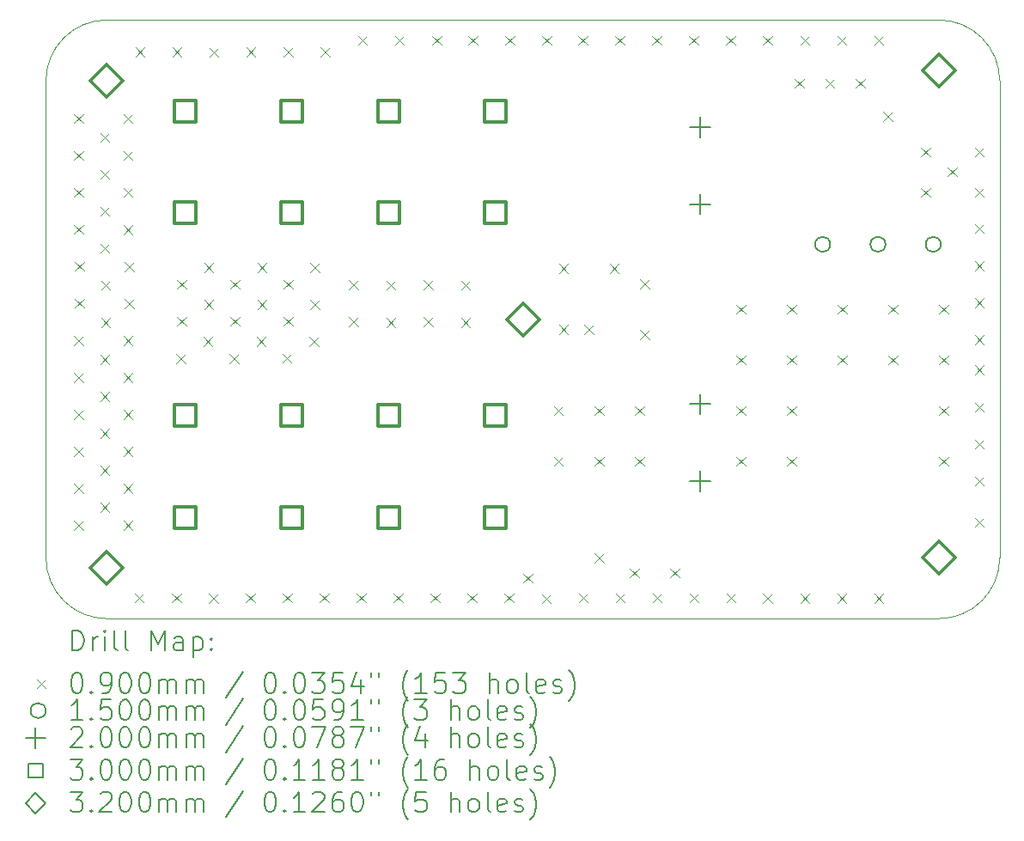
<source format=gbr>
%TF.GenerationSoftware,KiCad,Pcbnew,8.0.7-8.0.7-0~ubuntu22.04.1*%
%TF.CreationDate,2024-12-28T18:58:44+01:00*%
%TF.ProjectId,CrowBar,43726f77-4261-4722-9e6b-696361645f70,1.0A*%
%TF.SameCoordinates,Original*%
%TF.FileFunction,Drillmap*%
%TF.FilePolarity,Positive*%
%FSLAX45Y45*%
G04 Gerber Fmt 4.5, Leading zero omitted, Abs format (unit mm)*
G04 Created by KiCad (PCBNEW 8.0.7-8.0.7-0~ubuntu22.04.1) date 2024-12-28 18:58:44*
%MOMM*%
%LPD*%
G01*
G04 APERTURE LIST*
%ADD10C,0.050000*%
%ADD11C,0.200000*%
%ADD12C,0.100000*%
%ADD13C,0.150000*%
%ADD14C,0.300000*%
%ADD15C,0.320000*%
G04 APERTURE END LIST*
D10*
X10400000Y-7500000D02*
X18600000Y-7500000D01*
X9800000Y-2200000D02*
G75*
G02*
X10400000Y-1600000I600000J0D01*
G01*
X19200000Y-6900000D02*
G75*
G02*
X18600000Y-7500000I-600000J0D01*
G01*
X9800000Y-2200000D02*
X9800000Y-6900000D01*
X18600000Y-1600000D02*
G75*
G02*
X19200000Y-2200000I0J-600000D01*
G01*
X19200000Y-6900000D02*
X19200000Y-2200000D01*
X18600000Y-1600000D02*
X10400000Y-1600000D01*
X10400000Y-7500000D02*
G75*
G02*
X9800000Y-6900000I0J600000D01*
G01*
D11*
D12*
X10075000Y-2525000D02*
X10165000Y-2615000D01*
X10165000Y-2525000D02*
X10075000Y-2615000D01*
X10075000Y-2889565D02*
X10165000Y-2979565D01*
X10165000Y-2889565D02*
X10075000Y-2979565D01*
X10075000Y-3254130D02*
X10165000Y-3344130D01*
X10165000Y-3254130D02*
X10075000Y-3344130D01*
X10075000Y-3618696D02*
X10165000Y-3708696D01*
X10165000Y-3618696D02*
X10075000Y-3708696D01*
X10075000Y-4712391D02*
X10165000Y-4802391D01*
X10165000Y-4712391D02*
X10075000Y-4802391D01*
X10075000Y-5076956D02*
X10165000Y-5166956D01*
X10165000Y-5076956D02*
X10075000Y-5166956D01*
X10075000Y-5441522D02*
X10165000Y-5531522D01*
X10165000Y-5441522D02*
X10075000Y-5531522D01*
X10075000Y-5806087D02*
X10165000Y-5896087D01*
X10165000Y-5806087D02*
X10075000Y-5896087D01*
X10075000Y-6170652D02*
X10165000Y-6260652D01*
X10165000Y-6170652D02*
X10075000Y-6260652D01*
X10075000Y-6535217D02*
X10165000Y-6625217D01*
X10165000Y-6535217D02*
X10075000Y-6625217D01*
X10085000Y-3983261D02*
X10175000Y-4073261D01*
X10175000Y-3983261D02*
X10085000Y-4073261D01*
X10085000Y-4347826D02*
X10175000Y-4437826D01*
X10175000Y-4347826D02*
X10085000Y-4437826D01*
X10335000Y-2711739D02*
X10425000Y-2801739D01*
X10425000Y-2711739D02*
X10335000Y-2801739D01*
X10335000Y-3076304D02*
X10425000Y-3166304D01*
X10425000Y-3076304D02*
X10335000Y-3166304D01*
X10335000Y-3440870D02*
X10425000Y-3530870D01*
X10425000Y-3440870D02*
X10335000Y-3530870D01*
X10335000Y-3805435D02*
X10425000Y-3895435D01*
X10425000Y-3805435D02*
X10335000Y-3895435D01*
X10335000Y-4899130D02*
X10425000Y-4989130D01*
X10425000Y-4899130D02*
X10335000Y-4989130D01*
X10335000Y-5263696D02*
X10425000Y-5353696D01*
X10425000Y-5263696D02*
X10335000Y-5353696D01*
X10335000Y-5628261D02*
X10425000Y-5718261D01*
X10425000Y-5628261D02*
X10335000Y-5718261D01*
X10335000Y-5992826D02*
X10425000Y-6082826D01*
X10425000Y-5992826D02*
X10335000Y-6082826D01*
X10335000Y-6357391D02*
X10425000Y-6447391D01*
X10425000Y-6357391D02*
X10335000Y-6447391D01*
X10345000Y-4170000D02*
X10435000Y-4260000D01*
X10435000Y-4170000D02*
X10345000Y-4260000D01*
X10345000Y-4534565D02*
X10435000Y-4624565D01*
X10435000Y-4534565D02*
X10345000Y-4624565D01*
X10565000Y-2526739D02*
X10655000Y-2616739D01*
X10655000Y-2526739D02*
X10565000Y-2616739D01*
X10565000Y-2891304D02*
X10655000Y-2981304D01*
X10655000Y-2891304D02*
X10565000Y-2981304D01*
X10565000Y-3255870D02*
X10655000Y-3345870D01*
X10655000Y-3255870D02*
X10565000Y-3345870D01*
X10565000Y-3620435D02*
X10655000Y-3710435D01*
X10655000Y-3620435D02*
X10565000Y-3710435D01*
X10565000Y-4714130D02*
X10655000Y-4804130D01*
X10655000Y-4714130D02*
X10565000Y-4804130D01*
X10565000Y-5078696D02*
X10655000Y-5168696D01*
X10655000Y-5078696D02*
X10565000Y-5168696D01*
X10565000Y-5443261D02*
X10655000Y-5533261D01*
X10655000Y-5443261D02*
X10565000Y-5533261D01*
X10565000Y-5807826D02*
X10655000Y-5897826D01*
X10655000Y-5807826D02*
X10565000Y-5897826D01*
X10565000Y-6172391D02*
X10655000Y-6262391D01*
X10655000Y-6172391D02*
X10565000Y-6262391D01*
X10565000Y-6536956D02*
X10655000Y-6626956D01*
X10655000Y-6536956D02*
X10565000Y-6626956D01*
X10575000Y-3985000D02*
X10665000Y-4075000D01*
X10665000Y-3985000D02*
X10575000Y-4075000D01*
X10575000Y-4349565D02*
X10665000Y-4439565D01*
X10665000Y-4349565D02*
X10575000Y-4439565D01*
X10675218Y-7250000D02*
X10765218Y-7340000D01*
X10765218Y-7250000D02*
X10675218Y-7340000D01*
X10682174Y-1870000D02*
X10772174Y-1960000D01*
X10772174Y-1870000D02*
X10682174Y-1960000D01*
X11039783Y-7250000D02*
X11129783Y-7340000D01*
X11129783Y-7250000D02*
X11039783Y-7340000D01*
X11046739Y-1870000D02*
X11136739Y-1960000D01*
X11136739Y-1870000D02*
X11046739Y-1960000D01*
X11085000Y-4890000D02*
X11175000Y-4980000D01*
X11175000Y-4890000D02*
X11085000Y-4980000D01*
X11095000Y-4160870D02*
X11185000Y-4250870D01*
X11185000Y-4160870D02*
X11095000Y-4250870D01*
X11095000Y-4525435D02*
X11185000Y-4615435D01*
X11185000Y-4525435D02*
X11095000Y-4615435D01*
X11350000Y-4725000D02*
X11440000Y-4815000D01*
X11440000Y-4725000D02*
X11350000Y-4815000D01*
X11360000Y-3995870D02*
X11450000Y-4085870D01*
X11450000Y-3995870D02*
X11360000Y-4085870D01*
X11360000Y-4360435D02*
X11450000Y-4450435D01*
X11450000Y-4360435D02*
X11360000Y-4450435D01*
X11404348Y-7255000D02*
X11494348Y-7345000D01*
X11494348Y-7255000D02*
X11404348Y-7345000D01*
X11411304Y-1875000D02*
X11501304Y-1965000D01*
X11501304Y-1875000D02*
X11411304Y-1965000D01*
X11610000Y-4890000D02*
X11700000Y-4980000D01*
X11700000Y-4890000D02*
X11610000Y-4980000D01*
X11620000Y-4160870D02*
X11710000Y-4250870D01*
X11710000Y-4160870D02*
X11620000Y-4250870D01*
X11620000Y-4525435D02*
X11710000Y-4615435D01*
X11710000Y-4525435D02*
X11620000Y-4615435D01*
X11768913Y-7250000D02*
X11858913Y-7340000D01*
X11858913Y-7250000D02*
X11768913Y-7340000D01*
X11775870Y-1870000D02*
X11865870Y-1960000D01*
X11865870Y-1870000D02*
X11775870Y-1960000D01*
X11875000Y-4725000D02*
X11965000Y-4815000D01*
X11965000Y-4725000D02*
X11875000Y-4815000D01*
X11885000Y-3995870D02*
X11975000Y-4085870D01*
X11975000Y-3995870D02*
X11885000Y-4085870D01*
X11885000Y-4360435D02*
X11975000Y-4450435D01*
X11975000Y-4360435D02*
X11885000Y-4450435D01*
X12130000Y-4889130D02*
X12220000Y-4979130D01*
X12220000Y-4889130D02*
X12130000Y-4979130D01*
X12133478Y-7250000D02*
X12223478Y-7340000D01*
X12223478Y-7250000D02*
X12133478Y-7340000D01*
X12140000Y-4160000D02*
X12230000Y-4250000D01*
X12230000Y-4160000D02*
X12140000Y-4250000D01*
X12140000Y-4524565D02*
X12230000Y-4614565D01*
X12230000Y-4524565D02*
X12140000Y-4614565D01*
X12140435Y-1870000D02*
X12230435Y-1960000D01*
X12230435Y-1870000D02*
X12140435Y-1960000D01*
X12395000Y-4724130D02*
X12485000Y-4814130D01*
X12485000Y-4724130D02*
X12395000Y-4814130D01*
X12405000Y-3995000D02*
X12495000Y-4085000D01*
X12495000Y-3995000D02*
X12405000Y-4085000D01*
X12405000Y-4359565D02*
X12495000Y-4449565D01*
X12495000Y-4359565D02*
X12405000Y-4449565D01*
X12498044Y-7250000D02*
X12588044Y-7340000D01*
X12588044Y-7250000D02*
X12498044Y-7340000D01*
X12505000Y-1870000D02*
X12595000Y-1960000D01*
X12595000Y-1870000D02*
X12505000Y-1960000D01*
X12785000Y-4165000D02*
X12875000Y-4255000D01*
X12875000Y-4165000D02*
X12785000Y-4255000D01*
X12785000Y-4529565D02*
X12875000Y-4619565D01*
X12875000Y-4529565D02*
X12785000Y-4619565D01*
X12862609Y-7250000D02*
X12952609Y-7340000D01*
X12952609Y-7250000D02*
X12862609Y-7340000D01*
X12875870Y-1755000D02*
X12965870Y-1845000D01*
X12965870Y-1755000D02*
X12875870Y-1845000D01*
X13153333Y-4170000D02*
X13243333Y-4260000D01*
X13243333Y-4170000D02*
X13153333Y-4260000D01*
X13153333Y-4534565D02*
X13243333Y-4624565D01*
X13243333Y-4534565D02*
X13153333Y-4624565D01*
X13227174Y-7250000D02*
X13317174Y-7340000D01*
X13317174Y-7250000D02*
X13227174Y-7340000D01*
X13240435Y-1755000D02*
X13330435Y-1845000D01*
X13330435Y-1755000D02*
X13240435Y-1845000D01*
X13521667Y-4165000D02*
X13611667Y-4255000D01*
X13611667Y-4165000D02*
X13521667Y-4255000D01*
X13521667Y-4529565D02*
X13611667Y-4619565D01*
X13611667Y-4529565D02*
X13521667Y-4619565D01*
X13591739Y-7250000D02*
X13681739Y-7340000D01*
X13681739Y-7250000D02*
X13591739Y-7340000D01*
X13605000Y-1755000D02*
X13695000Y-1845000D01*
X13695000Y-1755000D02*
X13605000Y-1845000D01*
X13890000Y-4170000D02*
X13980000Y-4260000D01*
X13980000Y-4170000D02*
X13890000Y-4260000D01*
X13890000Y-4534565D02*
X13980000Y-4624565D01*
X13980000Y-4534565D02*
X13890000Y-4624565D01*
X13956304Y-7250000D02*
X14046304Y-7340000D01*
X14046304Y-7250000D02*
X13956304Y-7340000D01*
X13961304Y-1755000D02*
X14051304Y-1845000D01*
X14051304Y-1755000D02*
X13961304Y-1845000D01*
X14320870Y-7250000D02*
X14410870Y-7340000D01*
X14410870Y-7250000D02*
X14320870Y-7340000D01*
X14325870Y-1755000D02*
X14415870Y-1845000D01*
X14415870Y-1755000D02*
X14325870Y-1845000D01*
X14505000Y-7055000D02*
X14595000Y-7145000D01*
X14595000Y-7055000D02*
X14505000Y-7145000D01*
X14685435Y-7260000D02*
X14775435Y-7350000D01*
X14775435Y-7260000D02*
X14685435Y-7350000D01*
X14690435Y-1755000D02*
X14780435Y-1845000D01*
X14780435Y-1755000D02*
X14690435Y-1845000D01*
X14805000Y-5405000D02*
X14895000Y-5495000D01*
X14895000Y-5405000D02*
X14805000Y-5495000D01*
X14805000Y-5905000D02*
X14895000Y-5995000D01*
X14895000Y-5905000D02*
X14805000Y-5995000D01*
X14855000Y-4005000D02*
X14945000Y-4095000D01*
X14945000Y-4005000D02*
X14855000Y-4095000D01*
X14855000Y-4605000D02*
X14945000Y-4695000D01*
X14945000Y-4605000D02*
X14855000Y-4695000D01*
X15046739Y-1755000D02*
X15136739Y-1845000D01*
X15136739Y-1755000D02*
X15046739Y-1845000D01*
X15050000Y-7250000D02*
X15140000Y-7340000D01*
X15140000Y-7250000D02*
X15050000Y-7340000D01*
X15105000Y-4605000D02*
X15195000Y-4695000D01*
X15195000Y-4605000D02*
X15105000Y-4695000D01*
X15205000Y-5405000D02*
X15295000Y-5495000D01*
X15295000Y-5405000D02*
X15205000Y-5495000D01*
X15205000Y-5905000D02*
X15295000Y-5995000D01*
X15295000Y-5905000D02*
X15205000Y-5995000D01*
X15205000Y-6855000D02*
X15295000Y-6945000D01*
X15295000Y-6855000D02*
X15205000Y-6945000D01*
X15355000Y-4005000D02*
X15445000Y-4095000D01*
X15445000Y-4005000D02*
X15355000Y-4095000D01*
X15411304Y-1755000D02*
X15501304Y-1845000D01*
X15501304Y-1755000D02*
X15411304Y-1845000D01*
X15414565Y-7250000D02*
X15504565Y-7340000D01*
X15504565Y-7250000D02*
X15414565Y-7340000D01*
X15555000Y-7005000D02*
X15645000Y-7095000D01*
X15645000Y-7005000D02*
X15555000Y-7095000D01*
X15605000Y-5405000D02*
X15695000Y-5495000D01*
X15695000Y-5405000D02*
X15605000Y-5495000D01*
X15605000Y-5905000D02*
X15695000Y-5995000D01*
X15695000Y-5905000D02*
X15605000Y-5995000D01*
X15655000Y-4155000D02*
X15745000Y-4245000D01*
X15745000Y-4155000D02*
X15655000Y-4245000D01*
X15655000Y-4655000D02*
X15745000Y-4745000D01*
X15745000Y-4655000D02*
X15655000Y-4745000D01*
X15775870Y-1755000D02*
X15865870Y-1845000D01*
X15865870Y-1755000D02*
X15775870Y-1845000D01*
X15779130Y-7250000D02*
X15869130Y-7340000D01*
X15869130Y-7250000D02*
X15779130Y-7340000D01*
X15955000Y-7005000D02*
X16045000Y-7095000D01*
X16045000Y-7005000D02*
X15955000Y-7095000D01*
X16140435Y-1755000D02*
X16230435Y-1845000D01*
X16230435Y-1755000D02*
X16140435Y-1845000D01*
X16143696Y-7250000D02*
X16233696Y-7340000D01*
X16233696Y-7250000D02*
X16143696Y-7340000D01*
X16505000Y-1755000D02*
X16595000Y-1845000D01*
X16595000Y-1755000D02*
X16505000Y-1845000D01*
X16508261Y-7250000D02*
X16598261Y-7340000D01*
X16598261Y-7250000D02*
X16508261Y-7340000D01*
X16605000Y-4405000D02*
X16695000Y-4495000D01*
X16695000Y-4405000D02*
X16605000Y-4495000D01*
X16605000Y-4905000D02*
X16695000Y-4995000D01*
X16695000Y-4905000D02*
X16605000Y-4995000D01*
X16605000Y-5405000D02*
X16695000Y-5495000D01*
X16695000Y-5405000D02*
X16605000Y-5495000D01*
X16605000Y-5905000D02*
X16695000Y-5995000D01*
X16695000Y-5905000D02*
X16605000Y-5995000D01*
X16869565Y-1755000D02*
X16959565Y-1845000D01*
X16959565Y-1755000D02*
X16869565Y-1845000D01*
X16869565Y-7255000D02*
X16959565Y-7345000D01*
X16959565Y-7255000D02*
X16869565Y-7345000D01*
X17105000Y-4405000D02*
X17195000Y-4495000D01*
X17195000Y-4405000D02*
X17105000Y-4495000D01*
X17105000Y-4905000D02*
X17195000Y-4995000D01*
X17195000Y-4905000D02*
X17105000Y-4995000D01*
X17105000Y-5405000D02*
X17195000Y-5495000D01*
X17195000Y-5405000D02*
X17105000Y-5495000D01*
X17105000Y-5905000D02*
X17195000Y-5995000D01*
X17195000Y-5905000D02*
X17105000Y-5995000D01*
X17180000Y-2180000D02*
X17270000Y-2270000D01*
X17270000Y-2180000D02*
X17180000Y-2270000D01*
X17234130Y-1755000D02*
X17324130Y-1845000D01*
X17324130Y-1755000D02*
X17234130Y-1845000D01*
X17234130Y-7255000D02*
X17324130Y-7345000D01*
X17324130Y-7255000D02*
X17234130Y-7345000D01*
X17480000Y-2180000D02*
X17570000Y-2270000D01*
X17570000Y-2180000D02*
X17480000Y-2270000D01*
X17598696Y-1755000D02*
X17688696Y-1845000D01*
X17688696Y-1755000D02*
X17598696Y-1845000D01*
X17598696Y-7255000D02*
X17688696Y-7345000D01*
X17688696Y-7255000D02*
X17598696Y-7345000D01*
X17605000Y-4405000D02*
X17695000Y-4495000D01*
X17695000Y-4405000D02*
X17605000Y-4495000D01*
X17605000Y-4905000D02*
X17695000Y-4995000D01*
X17695000Y-4905000D02*
X17605000Y-4995000D01*
X17780000Y-2180000D02*
X17870000Y-2270000D01*
X17870000Y-2180000D02*
X17780000Y-2270000D01*
X17963261Y-1755000D02*
X18053261Y-1845000D01*
X18053261Y-1755000D02*
X17963261Y-1845000D01*
X17963261Y-7255000D02*
X18053261Y-7345000D01*
X18053261Y-7255000D02*
X17963261Y-7345000D01*
X18055000Y-2505000D02*
X18145000Y-2595000D01*
X18145000Y-2505000D02*
X18055000Y-2595000D01*
X18105000Y-4405000D02*
X18195000Y-4495000D01*
X18195000Y-4405000D02*
X18105000Y-4495000D01*
X18105000Y-4905000D02*
X18195000Y-4995000D01*
X18195000Y-4905000D02*
X18105000Y-4995000D01*
X18425000Y-2855000D02*
X18515000Y-2945000D01*
X18515000Y-2855000D02*
X18425000Y-2945000D01*
X18425000Y-3255000D02*
X18515000Y-3345000D01*
X18515000Y-3255000D02*
X18425000Y-3345000D01*
X18605000Y-4405000D02*
X18695000Y-4495000D01*
X18695000Y-4405000D02*
X18605000Y-4495000D01*
X18605000Y-4905000D02*
X18695000Y-4995000D01*
X18695000Y-4905000D02*
X18605000Y-4995000D01*
X18605000Y-5405000D02*
X18695000Y-5495000D01*
X18695000Y-5405000D02*
X18605000Y-5495000D01*
X18605000Y-5905000D02*
X18695000Y-5995000D01*
X18695000Y-5905000D02*
X18605000Y-5995000D01*
X18685000Y-3050000D02*
X18775000Y-3140000D01*
X18775000Y-3050000D02*
X18685000Y-3140000D01*
X18955000Y-2855000D02*
X19045000Y-2945000D01*
X19045000Y-2855000D02*
X18955000Y-2945000D01*
X18955000Y-3255000D02*
X19045000Y-3345000D01*
X19045000Y-3255000D02*
X18955000Y-3345000D01*
X18955000Y-3611304D02*
X19045000Y-3701304D01*
X19045000Y-3611304D02*
X18955000Y-3701304D01*
X18955000Y-3975870D02*
X19045000Y-4065870D01*
X19045000Y-3975870D02*
X18955000Y-4065870D01*
X18955000Y-4340435D02*
X19045000Y-4430435D01*
X19045000Y-4340435D02*
X18955000Y-4430435D01*
X18955000Y-4705000D02*
X19045000Y-4795000D01*
X19045000Y-4705000D02*
X18955000Y-4795000D01*
X18955000Y-5005000D02*
X19045000Y-5095000D01*
X19045000Y-5005000D02*
X18955000Y-5095000D01*
X18955000Y-5369565D02*
X19045000Y-5459565D01*
X19045000Y-5369565D02*
X18955000Y-5459565D01*
X18955000Y-5734130D02*
X19045000Y-5824130D01*
X19045000Y-5734130D02*
X18955000Y-5824130D01*
X18955000Y-6098696D02*
X19045000Y-6188696D01*
X19045000Y-6098696D02*
X18955000Y-6188696D01*
X18955000Y-6505000D02*
X19045000Y-6595000D01*
X19045000Y-6505000D02*
X18955000Y-6595000D01*
D13*
X17530000Y-3811000D02*
G75*
G02*
X17380000Y-3811000I-75000J0D01*
G01*
X17380000Y-3811000D02*
G75*
G02*
X17530000Y-3811000I75000J0D01*
G01*
X18075000Y-3811000D02*
G75*
G02*
X17925000Y-3811000I-75000J0D01*
G01*
X17925000Y-3811000D02*
G75*
G02*
X18075000Y-3811000I75000J0D01*
G01*
X18620000Y-3811000D02*
G75*
G02*
X18470000Y-3811000I-75000J0D01*
G01*
X18470000Y-3811000D02*
G75*
G02*
X18620000Y-3811000I75000J0D01*
G01*
D11*
X16250000Y-2555000D02*
X16250000Y-2755000D01*
X16150000Y-2655000D02*
X16350000Y-2655000D01*
X16250000Y-3315000D02*
X16250000Y-3515000D01*
X16150000Y-3415000D02*
X16350000Y-3415000D01*
X16250000Y-5285000D02*
X16250000Y-5485000D01*
X16150000Y-5385000D02*
X16350000Y-5385000D01*
X16250000Y-6045000D02*
X16250000Y-6245000D01*
X16150000Y-6145000D02*
X16350000Y-6145000D01*
D14*
X11281067Y-2606067D02*
X11281067Y-2393933D01*
X11068933Y-2393933D01*
X11068933Y-2606067D01*
X11281067Y-2606067D01*
X11281067Y-3606067D02*
X11281067Y-3393933D01*
X11068933Y-3393933D01*
X11068933Y-3606067D01*
X11281067Y-3606067D01*
X11281067Y-5606067D02*
X11281067Y-5393933D01*
X11068933Y-5393933D01*
X11068933Y-5606067D01*
X11281067Y-5606067D01*
X11281067Y-6606067D02*
X11281067Y-6393933D01*
X11068933Y-6393933D01*
X11068933Y-6606067D01*
X11281067Y-6606067D01*
X12331067Y-2606067D02*
X12331067Y-2393933D01*
X12118933Y-2393933D01*
X12118933Y-2606067D01*
X12331067Y-2606067D01*
X12331067Y-3606067D02*
X12331067Y-3393933D01*
X12118933Y-3393933D01*
X12118933Y-3606067D01*
X12331067Y-3606067D01*
X12331067Y-5606067D02*
X12331067Y-5393933D01*
X12118933Y-5393933D01*
X12118933Y-5606067D01*
X12331067Y-5606067D01*
X12331067Y-6606067D02*
X12331067Y-6393933D01*
X12118933Y-6393933D01*
X12118933Y-6606067D01*
X12331067Y-6606067D01*
X13281067Y-2606067D02*
X13281067Y-2393933D01*
X13068933Y-2393933D01*
X13068933Y-2606067D01*
X13281067Y-2606067D01*
X13281067Y-3606067D02*
X13281067Y-3393933D01*
X13068933Y-3393933D01*
X13068933Y-3606067D01*
X13281067Y-3606067D01*
X13281067Y-5606067D02*
X13281067Y-5393933D01*
X13068933Y-5393933D01*
X13068933Y-5606067D01*
X13281067Y-5606067D01*
X13281067Y-6606067D02*
X13281067Y-6393933D01*
X13068933Y-6393933D01*
X13068933Y-6606067D01*
X13281067Y-6606067D01*
X14331067Y-2606067D02*
X14331067Y-2393933D01*
X14118933Y-2393933D01*
X14118933Y-2606067D01*
X14331067Y-2606067D01*
X14331067Y-3606067D02*
X14331067Y-3393933D01*
X14118933Y-3393933D01*
X14118933Y-3606067D01*
X14331067Y-3606067D01*
X14331067Y-5606067D02*
X14331067Y-5393933D01*
X14118933Y-5393933D01*
X14118933Y-5606067D01*
X14331067Y-5606067D01*
X14331067Y-6606067D02*
X14331067Y-6393933D01*
X14118933Y-6393933D01*
X14118933Y-6606067D01*
X14331067Y-6606067D01*
D15*
X10400000Y-2360000D02*
X10560000Y-2200000D01*
X10400000Y-2040000D01*
X10240000Y-2200000D01*
X10400000Y-2360000D01*
X10400000Y-7160000D02*
X10560000Y-7000000D01*
X10400000Y-6840000D01*
X10240000Y-7000000D01*
X10400000Y-7160000D01*
X14500000Y-4710000D02*
X14660000Y-4550000D01*
X14500000Y-4390000D01*
X14340000Y-4550000D01*
X14500000Y-4710000D01*
X18600000Y-2260000D02*
X18760000Y-2100000D01*
X18600000Y-1940000D01*
X18440000Y-2100000D01*
X18600000Y-2260000D01*
X18600000Y-7060000D02*
X18760000Y-6900000D01*
X18600000Y-6740000D01*
X18440000Y-6900000D01*
X18600000Y-7060000D01*
D11*
X10058277Y-7813984D02*
X10058277Y-7613984D01*
X10058277Y-7613984D02*
X10105896Y-7613984D01*
X10105896Y-7613984D02*
X10134467Y-7623508D01*
X10134467Y-7623508D02*
X10153515Y-7642555D01*
X10153515Y-7642555D02*
X10163039Y-7661603D01*
X10163039Y-7661603D02*
X10172563Y-7699698D01*
X10172563Y-7699698D02*
X10172563Y-7728269D01*
X10172563Y-7728269D02*
X10163039Y-7766365D01*
X10163039Y-7766365D02*
X10153515Y-7785412D01*
X10153515Y-7785412D02*
X10134467Y-7804460D01*
X10134467Y-7804460D02*
X10105896Y-7813984D01*
X10105896Y-7813984D02*
X10058277Y-7813984D01*
X10258277Y-7813984D02*
X10258277Y-7680650D01*
X10258277Y-7718746D02*
X10267801Y-7699698D01*
X10267801Y-7699698D02*
X10277324Y-7690174D01*
X10277324Y-7690174D02*
X10296372Y-7680650D01*
X10296372Y-7680650D02*
X10315420Y-7680650D01*
X10382086Y-7813984D02*
X10382086Y-7680650D01*
X10382086Y-7613984D02*
X10372563Y-7623508D01*
X10372563Y-7623508D02*
X10382086Y-7633031D01*
X10382086Y-7633031D02*
X10391610Y-7623508D01*
X10391610Y-7623508D02*
X10382086Y-7613984D01*
X10382086Y-7613984D02*
X10382086Y-7633031D01*
X10505896Y-7813984D02*
X10486848Y-7804460D01*
X10486848Y-7804460D02*
X10477324Y-7785412D01*
X10477324Y-7785412D02*
X10477324Y-7613984D01*
X10610658Y-7813984D02*
X10591610Y-7804460D01*
X10591610Y-7804460D02*
X10582086Y-7785412D01*
X10582086Y-7785412D02*
X10582086Y-7613984D01*
X10839229Y-7813984D02*
X10839229Y-7613984D01*
X10839229Y-7613984D02*
X10905896Y-7756841D01*
X10905896Y-7756841D02*
X10972563Y-7613984D01*
X10972563Y-7613984D02*
X10972563Y-7813984D01*
X11153515Y-7813984D02*
X11153515Y-7709222D01*
X11153515Y-7709222D02*
X11143991Y-7690174D01*
X11143991Y-7690174D02*
X11124944Y-7680650D01*
X11124944Y-7680650D02*
X11086848Y-7680650D01*
X11086848Y-7680650D02*
X11067801Y-7690174D01*
X11153515Y-7804460D02*
X11134467Y-7813984D01*
X11134467Y-7813984D02*
X11086848Y-7813984D01*
X11086848Y-7813984D02*
X11067801Y-7804460D01*
X11067801Y-7804460D02*
X11058277Y-7785412D01*
X11058277Y-7785412D02*
X11058277Y-7766365D01*
X11058277Y-7766365D02*
X11067801Y-7747317D01*
X11067801Y-7747317D02*
X11086848Y-7737793D01*
X11086848Y-7737793D02*
X11134467Y-7737793D01*
X11134467Y-7737793D02*
X11153515Y-7728269D01*
X11248753Y-7680650D02*
X11248753Y-7880650D01*
X11248753Y-7690174D02*
X11267801Y-7680650D01*
X11267801Y-7680650D02*
X11305896Y-7680650D01*
X11305896Y-7680650D02*
X11324943Y-7690174D01*
X11324943Y-7690174D02*
X11334467Y-7699698D01*
X11334467Y-7699698D02*
X11343991Y-7718746D01*
X11343991Y-7718746D02*
X11343991Y-7775888D01*
X11343991Y-7775888D02*
X11334467Y-7794936D01*
X11334467Y-7794936D02*
X11324943Y-7804460D01*
X11324943Y-7804460D02*
X11305896Y-7813984D01*
X11305896Y-7813984D02*
X11267801Y-7813984D01*
X11267801Y-7813984D02*
X11248753Y-7804460D01*
X11429705Y-7794936D02*
X11439229Y-7804460D01*
X11439229Y-7804460D02*
X11429705Y-7813984D01*
X11429705Y-7813984D02*
X11420182Y-7804460D01*
X11420182Y-7804460D02*
X11429705Y-7794936D01*
X11429705Y-7794936D02*
X11429705Y-7813984D01*
X11429705Y-7690174D02*
X11439229Y-7699698D01*
X11439229Y-7699698D02*
X11429705Y-7709222D01*
X11429705Y-7709222D02*
X11420182Y-7699698D01*
X11420182Y-7699698D02*
X11429705Y-7690174D01*
X11429705Y-7690174D02*
X11429705Y-7709222D01*
D12*
X9707500Y-8097500D02*
X9797500Y-8187500D01*
X9797500Y-8097500D02*
X9707500Y-8187500D01*
D11*
X10096372Y-8033984D02*
X10115420Y-8033984D01*
X10115420Y-8033984D02*
X10134467Y-8043508D01*
X10134467Y-8043508D02*
X10143991Y-8053031D01*
X10143991Y-8053031D02*
X10153515Y-8072079D01*
X10153515Y-8072079D02*
X10163039Y-8110174D01*
X10163039Y-8110174D02*
X10163039Y-8157793D01*
X10163039Y-8157793D02*
X10153515Y-8195888D01*
X10153515Y-8195888D02*
X10143991Y-8214936D01*
X10143991Y-8214936D02*
X10134467Y-8224460D01*
X10134467Y-8224460D02*
X10115420Y-8233984D01*
X10115420Y-8233984D02*
X10096372Y-8233984D01*
X10096372Y-8233984D02*
X10077324Y-8224460D01*
X10077324Y-8224460D02*
X10067801Y-8214936D01*
X10067801Y-8214936D02*
X10058277Y-8195888D01*
X10058277Y-8195888D02*
X10048753Y-8157793D01*
X10048753Y-8157793D02*
X10048753Y-8110174D01*
X10048753Y-8110174D02*
X10058277Y-8072079D01*
X10058277Y-8072079D02*
X10067801Y-8053031D01*
X10067801Y-8053031D02*
X10077324Y-8043508D01*
X10077324Y-8043508D02*
X10096372Y-8033984D01*
X10248753Y-8214936D02*
X10258277Y-8224460D01*
X10258277Y-8224460D02*
X10248753Y-8233984D01*
X10248753Y-8233984D02*
X10239229Y-8224460D01*
X10239229Y-8224460D02*
X10248753Y-8214936D01*
X10248753Y-8214936D02*
X10248753Y-8233984D01*
X10353515Y-8233984D02*
X10391610Y-8233984D01*
X10391610Y-8233984D02*
X10410658Y-8224460D01*
X10410658Y-8224460D02*
X10420182Y-8214936D01*
X10420182Y-8214936D02*
X10439229Y-8186365D01*
X10439229Y-8186365D02*
X10448753Y-8148269D01*
X10448753Y-8148269D02*
X10448753Y-8072079D01*
X10448753Y-8072079D02*
X10439229Y-8053031D01*
X10439229Y-8053031D02*
X10429705Y-8043508D01*
X10429705Y-8043508D02*
X10410658Y-8033984D01*
X10410658Y-8033984D02*
X10372563Y-8033984D01*
X10372563Y-8033984D02*
X10353515Y-8043508D01*
X10353515Y-8043508D02*
X10343991Y-8053031D01*
X10343991Y-8053031D02*
X10334467Y-8072079D01*
X10334467Y-8072079D02*
X10334467Y-8119698D01*
X10334467Y-8119698D02*
X10343991Y-8138746D01*
X10343991Y-8138746D02*
X10353515Y-8148269D01*
X10353515Y-8148269D02*
X10372563Y-8157793D01*
X10372563Y-8157793D02*
X10410658Y-8157793D01*
X10410658Y-8157793D02*
X10429705Y-8148269D01*
X10429705Y-8148269D02*
X10439229Y-8138746D01*
X10439229Y-8138746D02*
X10448753Y-8119698D01*
X10572563Y-8033984D02*
X10591610Y-8033984D01*
X10591610Y-8033984D02*
X10610658Y-8043508D01*
X10610658Y-8043508D02*
X10620182Y-8053031D01*
X10620182Y-8053031D02*
X10629705Y-8072079D01*
X10629705Y-8072079D02*
X10639229Y-8110174D01*
X10639229Y-8110174D02*
X10639229Y-8157793D01*
X10639229Y-8157793D02*
X10629705Y-8195888D01*
X10629705Y-8195888D02*
X10620182Y-8214936D01*
X10620182Y-8214936D02*
X10610658Y-8224460D01*
X10610658Y-8224460D02*
X10591610Y-8233984D01*
X10591610Y-8233984D02*
X10572563Y-8233984D01*
X10572563Y-8233984D02*
X10553515Y-8224460D01*
X10553515Y-8224460D02*
X10543991Y-8214936D01*
X10543991Y-8214936D02*
X10534467Y-8195888D01*
X10534467Y-8195888D02*
X10524944Y-8157793D01*
X10524944Y-8157793D02*
X10524944Y-8110174D01*
X10524944Y-8110174D02*
X10534467Y-8072079D01*
X10534467Y-8072079D02*
X10543991Y-8053031D01*
X10543991Y-8053031D02*
X10553515Y-8043508D01*
X10553515Y-8043508D02*
X10572563Y-8033984D01*
X10763039Y-8033984D02*
X10782086Y-8033984D01*
X10782086Y-8033984D02*
X10801134Y-8043508D01*
X10801134Y-8043508D02*
X10810658Y-8053031D01*
X10810658Y-8053031D02*
X10820182Y-8072079D01*
X10820182Y-8072079D02*
X10829705Y-8110174D01*
X10829705Y-8110174D02*
X10829705Y-8157793D01*
X10829705Y-8157793D02*
X10820182Y-8195888D01*
X10820182Y-8195888D02*
X10810658Y-8214936D01*
X10810658Y-8214936D02*
X10801134Y-8224460D01*
X10801134Y-8224460D02*
X10782086Y-8233984D01*
X10782086Y-8233984D02*
X10763039Y-8233984D01*
X10763039Y-8233984D02*
X10743991Y-8224460D01*
X10743991Y-8224460D02*
X10734467Y-8214936D01*
X10734467Y-8214936D02*
X10724944Y-8195888D01*
X10724944Y-8195888D02*
X10715420Y-8157793D01*
X10715420Y-8157793D02*
X10715420Y-8110174D01*
X10715420Y-8110174D02*
X10724944Y-8072079D01*
X10724944Y-8072079D02*
X10734467Y-8053031D01*
X10734467Y-8053031D02*
X10743991Y-8043508D01*
X10743991Y-8043508D02*
X10763039Y-8033984D01*
X10915420Y-8233984D02*
X10915420Y-8100650D01*
X10915420Y-8119698D02*
X10924944Y-8110174D01*
X10924944Y-8110174D02*
X10943991Y-8100650D01*
X10943991Y-8100650D02*
X10972563Y-8100650D01*
X10972563Y-8100650D02*
X10991610Y-8110174D01*
X10991610Y-8110174D02*
X11001134Y-8129222D01*
X11001134Y-8129222D02*
X11001134Y-8233984D01*
X11001134Y-8129222D02*
X11010658Y-8110174D01*
X11010658Y-8110174D02*
X11029705Y-8100650D01*
X11029705Y-8100650D02*
X11058277Y-8100650D01*
X11058277Y-8100650D02*
X11077325Y-8110174D01*
X11077325Y-8110174D02*
X11086848Y-8129222D01*
X11086848Y-8129222D02*
X11086848Y-8233984D01*
X11182086Y-8233984D02*
X11182086Y-8100650D01*
X11182086Y-8119698D02*
X11191610Y-8110174D01*
X11191610Y-8110174D02*
X11210658Y-8100650D01*
X11210658Y-8100650D02*
X11239229Y-8100650D01*
X11239229Y-8100650D02*
X11258277Y-8110174D01*
X11258277Y-8110174D02*
X11267801Y-8129222D01*
X11267801Y-8129222D02*
X11267801Y-8233984D01*
X11267801Y-8129222D02*
X11277324Y-8110174D01*
X11277324Y-8110174D02*
X11296372Y-8100650D01*
X11296372Y-8100650D02*
X11324943Y-8100650D01*
X11324943Y-8100650D02*
X11343991Y-8110174D01*
X11343991Y-8110174D02*
X11353515Y-8129222D01*
X11353515Y-8129222D02*
X11353515Y-8233984D01*
X11743991Y-8024460D02*
X11572563Y-8281603D01*
X12001134Y-8033984D02*
X12020182Y-8033984D01*
X12020182Y-8033984D02*
X12039229Y-8043508D01*
X12039229Y-8043508D02*
X12048753Y-8053031D01*
X12048753Y-8053031D02*
X12058277Y-8072079D01*
X12058277Y-8072079D02*
X12067801Y-8110174D01*
X12067801Y-8110174D02*
X12067801Y-8157793D01*
X12067801Y-8157793D02*
X12058277Y-8195888D01*
X12058277Y-8195888D02*
X12048753Y-8214936D01*
X12048753Y-8214936D02*
X12039229Y-8224460D01*
X12039229Y-8224460D02*
X12020182Y-8233984D01*
X12020182Y-8233984D02*
X12001134Y-8233984D01*
X12001134Y-8233984D02*
X11982086Y-8224460D01*
X11982086Y-8224460D02*
X11972563Y-8214936D01*
X11972563Y-8214936D02*
X11963039Y-8195888D01*
X11963039Y-8195888D02*
X11953515Y-8157793D01*
X11953515Y-8157793D02*
X11953515Y-8110174D01*
X11953515Y-8110174D02*
X11963039Y-8072079D01*
X11963039Y-8072079D02*
X11972563Y-8053031D01*
X11972563Y-8053031D02*
X11982086Y-8043508D01*
X11982086Y-8043508D02*
X12001134Y-8033984D01*
X12153515Y-8214936D02*
X12163039Y-8224460D01*
X12163039Y-8224460D02*
X12153515Y-8233984D01*
X12153515Y-8233984D02*
X12143991Y-8224460D01*
X12143991Y-8224460D02*
X12153515Y-8214936D01*
X12153515Y-8214936D02*
X12153515Y-8233984D01*
X12286848Y-8033984D02*
X12305896Y-8033984D01*
X12305896Y-8033984D02*
X12324944Y-8043508D01*
X12324944Y-8043508D02*
X12334467Y-8053031D01*
X12334467Y-8053031D02*
X12343991Y-8072079D01*
X12343991Y-8072079D02*
X12353515Y-8110174D01*
X12353515Y-8110174D02*
X12353515Y-8157793D01*
X12353515Y-8157793D02*
X12343991Y-8195888D01*
X12343991Y-8195888D02*
X12334467Y-8214936D01*
X12334467Y-8214936D02*
X12324944Y-8224460D01*
X12324944Y-8224460D02*
X12305896Y-8233984D01*
X12305896Y-8233984D02*
X12286848Y-8233984D01*
X12286848Y-8233984D02*
X12267801Y-8224460D01*
X12267801Y-8224460D02*
X12258277Y-8214936D01*
X12258277Y-8214936D02*
X12248753Y-8195888D01*
X12248753Y-8195888D02*
X12239229Y-8157793D01*
X12239229Y-8157793D02*
X12239229Y-8110174D01*
X12239229Y-8110174D02*
X12248753Y-8072079D01*
X12248753Y-8072079D02*
X12258277Y-8053031D01*
X12258277Y-8053031D02*
X12267801Y-8043508D01*
X12267801Y-8043508D02*
X12286848Y-8033984D01*
X12420182Y-8033984D02*
X12543991Y-8033984D01*
X12543991Y-8033984D02*
X12477325Y-8110174D01*
X12477325Y-8110174D02*
X12505896Y-8110174D01*
X12505896Y-8110174D02*
X12524944Y-8119698D01*
X12524944Y-8119698D02*
X12534467Y-8129222D01*
X12534467Y-8129222D02*
X12543991Y-8148269D01*
X12543991Y-8148269D02*
X12543991Y-8195888D01*
X12543991Y-8195888D02*
X12534467Y-8214936D01*
X12534467Y-8214936D02*
X12524944Y-8224460D01*
X12524944Y-8224460D02*
X12505896Y-8233984D01*
X12505896Y-8233984D02*
X12448753Y-8233984D01*
X12448753Y-8233984D02*
X12429706Y-8224460D01*
X12429706Y-8224460D02*
X12420182Y-8214936D01*
X12724944Y-8033984D02*
X12629706Y-8033984D01*
X12629706Y-8033984D02*
X12620182Y-8129222D01*
X12620182Y-8129222D02*
X12629706Y-8119698D01*
X12629706Y-8119698D02*
X12648753Y-8110174D01*
X12648753Y-8110174D02*
X12696372Y-8110174D01*
X12696372Y-8110174D02*
X12715420Y-8119698D01*
X12715420Y-8119698D02*
X12724944Y-8129222D01*
X12724944Y-8129222D02*
X12734467Y-8148269D01*
X12734467Y-8148269D02*
X12734467Y-8195888D01*
X12734467Y-8195888D02*
X12724944Y-8214936D01*
X12724944Y-8214936D02*
X12715420Y-8224460D01*
X12715420Y-8224460D02*
X12696372Y-8233984D01*
X12696372Y-8233984D02*
X12648753Y-8233984D01*
X12648753Y-8233984D02*
X12629706Y-8224460D01*
X12629706Y-8224460D02*
X12620182Y-8214936D01*
X12905896Y-8100650D02*
X12905896Y-8233984D01*
X12858277Y-8024460D02*
X12810658Y-8167317D01*
X12810658Y-8167317D02*
X12934467Y-8167317D01*
X13001134Y-8033984D02*
X13001134Y-8072079D01*
X13077325Y-8033984D02*
X13077325Y-8072079D01*
X13372563Y-8310174D02*
X13363039Y-8300650D01*
X13363039Y-8300650D02*
X13343991Y-8272079D01*
X13343991Y-8272079D02*
X13334468Y-8253031D01*
X13334468Y-8253031D02*
X13324944Y-8224460D01*
X13324944Y-8224460D02*
X13315420Y-8176841D01*
X13315420Y-8176841D02*
X13315420Y-8138746D01*
X13315420Y-8138746D02*
X13324944Y-8091127D01*
X13324944Y-8091127D02*
X13334468Y-8062555D01*
X13334468Y-8062555D02*
X13343991Y-8043508D01*
X13343991Y-8043508D02*
X13363039Y-8014936D01*
X13363039Y-8014936D02*
X13372563Y-8005412D01*
X13553515Y-8233984D02*
X13439229Y-8233984D01*
X13496372Y-8233984D02*
X13496372Y-8033984D01*
X13496372Y-8033984D02*
X13477325Y-8062555D01*
X13477325Y-8062555D02*
X13458277Y-8081603D01*
X13458277Y-8081603D02*
X13439229Y-8091127D01*
X13734468Y-8033984D02*
X13639229Y-8033984D01*
X13639229Y-8033984D02*
X13629706Y-8129222D01*
X13629706Y-8129222D02*
X13639229Y-8119698D01*
X13639229Y-8119698D02*
X13658277Y-8110174D01*
X13658277Y-8110174D02*
X13705896Y-8110174D01*
X13705896Y-8110174D02*
X13724944Y-8119698D01*
X13724944Y-8119698D02*
X13734468Y-8129222D01*
X13734468Y-8129222D02*
X13743991Y-8148269D01*
X13743991Y-8148269D02*
X13743991Y-8195888D01*
X13743991Y-8195888D02*
X13734468Y-8214936D01*
X13734468Y-8214936D02*
X13724944Y-8224460D01*
X13724944Y-8224460D02*
X13705896Y-8233984D01*
X13705896Y-8233984D02*
X13658277Y-8233984D01*
X13658277Y-8233984D02*
X13639229Y-8224460D01*
X13639229Y-8224460D02*
X13629706Y-8214936D01*
X13810658Y-8033984D02*
X13934468Y-8033984D01*
X13934468Y-8033984D02*
X13867801Y-8110174D01*
X13867801Y-8110174D02*
X13896372Y-8110174D01*
X13896372Y-8110174D02*
X13915420Y-8119698D01*
X13915420Y-8119698D02*
X13924944Y-8129222D01*
X13924944Y-8129222D02*
X13934468Y-8148269D01*
X13934468Y-8148269D02*
X13934468Y-8195888D01*
X13934468Y-8195888D02*
X13924944Y-8214936D01*
X13924944Y-8214936D02*
X13915420Y-8224460D01*
X13915420Y-8224460D02*
X13896372Y-8233984D01*
X13896372Y-8233984D02*
X13839229Y-8233984D01*
X13839229Y-8233984D02*
X13820182Y-8224460D01*
X13820182Y-8224460D02*
X13810658Y-8214936D01*
X14172563Y-8233984D02*
X14172563Y-8033984D01*
X14258277Y-8233984D02*
X14258277Y-8129222D01*
X14258277Y-8129222D02*
X14248753Y-8110174D01*
X14248753Y-8110174D02*
X14229706Y-8100650D01*
X14229706Y-8100650D02*
X14201134Y-8100650D01*
X14201134Y-8100650D02*
X14182087Y-8110174D01*
X14182087Y-8110174D02*
X14172563Y-8119698D01*
X14382087Y-8233984D02*
X14363039Y-8224460D01*
X14363039Y-8224460D02*
X14353515Y-8214936D01*
X14353515Y-8214936D02*
X14343991Y-8195888D01*
X14343991Y-8195888D02*
X14343991Y-8138746D01*
X14343991Y-8138746D02*
X14353515Y-8119698D01*
X14353515Y-8119698D02*
X14363039Y-8110174D01*
X14363039Y-8110174D02*
X14382087Y-8100650D01*
X14382087Y-8100650D02*
X14410658Y-8100650D01*
X14410658Y-8100650D02*
X14429706Y-8110174D01*
X14429706Y-8110174D02*
X14439230Y-8119698D01*
X14439230Y-8119698D02*
X14448753Y-8138746D01*
X14448753Y-8138746D02*
X14448753Y-8195888D01*
X14448753Y-8195888D02*
X14439230Y-8214936D01*
X14439230Y-8214936D02*
X14429706Y-8224460D01*
X14429706Y-8224460D02*
X14410658Y-8233984D01*
X14410658Y-8233984D02*
X14382087Y-8233984D01*
X14563039Y-8233984D02*
X14543991Y-8224460D01*
X14543991Y-8224460D02*
X14534468Y-8205412D01*
X14534468Y-8205412D02*
X14534468Y-8033984D01*
X14715420Y-8224460D02*
X14696372Y-8233984D01*
X14696372Y-8233984D02*
X14658277Y-8233984D01*
X14658277Y-8233984D02*
X14639230Y-8224460D01*
X14639230Y-8224460D02*
X14629706Y-8205412D01*
X14629706Y-8205412D02*
X14629706Y-8129222D01*
X14629706Y-8129222D02*
X14639230Y-8110174D01*
X14639230Y-8110174D02*
X14658277Y-8100650D01*
X14658277Y-8100650D02*
X14696372Y-8100650D01*
X14696372Y-8100650D02*
X14715420Y-8110174D01*
X14715420Y-8110174D02*
X14724944Y-8129222D01*
X14724944Y-8129222D02*
X14724944Y-8148269D01*
X14724944Y-8148269D02*
X14629706Y-8167317D01*
X14801134Y-8224460D02*
X14820182Y-8233984D01*
X14820182Y-8233984D02*
X14858277Y-8233984D01*
X14858277Y-8233984D02*
X14877325Y-8224460D01*
X14877325Y-8224460D02*
X14886849Y-8205412D01*
X14886849Y-8205412D02*
X14886849Y-8195888D01*
X14886849Y-8195888D02*
X14877325Y-8176841D01*
X14877325Y-8176841D02*
X14858277Y-8167317D01*
X14858277Y-8167317D02*
X14829706Y-8167317D01*
X14829706Y-8167317D02*
X14810658Y-8157793D01*
X14810658Y-8157793D02*
X14801134Y-8138746D01*
X14801134Y-8138746D02*
X14801134Y-8129222D01*
X14801134Y-8129222D02*
X14810658Y-8110174D01*
X14810658Y-8110174D02*
X14829706Y-8100650D01*
X14829706Y-8100650D02*
X14858277Y-8100650D01*
X14858277Y-8100650D02*
X14877325Y-8110174D01*
X14953515Y-8310174D02*
X14963039Y-8300650D01*
X14963039Y-8300650D02*
X14982087Y-8272079D01*
X14982087Y-8272079D02*
X14991611Y-8253031D01*
X14991611Y-8253031D02*
X15001134Y-8224460D01*
X15001134Y-8224460D02*
X15010658Y-8176841D01*
X15010658Y-8176841D02*
X15010658Y-8138746D01*
X15010658Y-8138746D02*
X15001134Y-8091127D01*
X15001134Y-8091127D02*
X14991611Y-8062555D01*
X14991611Y-8062555D02*
X14982087Y-8043508D01*
X14982087Y-8043508D02*
X14963039Y-8014936D01*
X14963039Y-8014936D02*
X14953515Y-8005412D01*
D13*
X9797500Y-8406500D02*
G75*
G02*
X9647500Y-8406500I-75000J0D01*
G01*
X9647500Y-8406500D02*
G75*
G02*
X9797500Y-8406500I75000J0D01*
G01*
D11*
X10163039Y-8497984D02*
X10048753Y-8497984D01*
X10105896Y-8497984D02*
X10105896Y-8297984D01*
X10105896Y-8297984D02*
X10086848Y-8326555D01*
X10086848Y-8326555D02*
X10067801Y-8345603D01*
X10067801Y-8345603D02*
X10048753Y-8355127D01*
X10248753Y-8478936D02*
X10258277Y-8488460D01*
X10258277Y-8488460D02*
X10248753Y-8497984D01*
X10248753Y-8497984D02*
X10239229Y-8488460D01*
X10239229Y-8488460D02*
X10248753Y-8478936D01*
X10248753Y-8478936D02*
X10248753Y-8497984D01*
X10439229Y-8297984D02*
X10343991Y-8297984D01*
X10343991Y-8297984D02*
X10334467Y-8393222D01*
X10334467Y-8393222D02*
X10343991Y-8383698D01*
X10343991Y-8383698D02*
X10363039Y-8374174D01*
X10363039Y-8374174D02*
X10410658Y-8374174D01*
X10410658Y-8374174D02*
X10429705Y-8383698D01*
X10429705Y-8383698D02*
X10439229Y-8393222D01*
X10439229Y-8393222D02*
X10448753Y-8412270D01*
X10448753Y-8412270D02*
X10448753Y-8459889D01*
X10448753Y-8459889D02*
X10439229Y-8478936D01*
X10439229Y-8478936D02*
X10429705Y-8488460D01*
X10429705Y-8488460D02*
X10410658Y-8497984D01*
X10410658Y-8497984D02*
X10363039Y-8497984D01*
X10363039Y-8497984D02*
X10343991Y-8488460D01*
X10343991Y-8488460D02*
X10334467Y-8478936D01*
X10572563Y-8297984D02*
X10591610Y-8297984D01*
X10591610Y-8297984D02*
X10610658Y-8307508D01*
X10610658Y-8307508D02*
X10620182Y-8317031D01*
X10620182Y-8317031D02*
X10629705Y-8336079D01*
X10629705Y-8336079D02*
X10639229Y-8374174D01*
X10639229Y-8374174D02*
X10639229Y-8421793D01*
X10639229Y-8421793D02*
X10629705Y-8459889D01*
X10629705Y-8459889D02*
X10620182Y-8478936D01*
X10620182Y-8478936D02*
X10610658Y-8488460D01*
X10610658Y-8488460D02*
X10591610Y-8497984D01*
X10591610Y-8497984D02*
X10572563Y-8497984D01*
X10572563Y-8497984D02*
X10553515Y-8488460D01*
X10553515Y-8488460D02*
X10543991Y-8478936D01*
X10543991Y-8478936D02*
X10534467Y-8459889D01*
X10534467Y-8459889D02*
X10524944Y-8421793D01*
X10524944Y-8421793D02*
X10524944Y-8374174D01*
X10524944Y-8374174D02*
X10534467Y-8336079D01*
X10534467Y-8336079D02*
X10543991Y-8317031D01*
X10543991Y-8317031D02*
X10553515Y-8307508D01*
X10553515Y-8307508D02*
X10572563Y-8297984D01*
X10763039Y-8297984D02*
X10782086Y-8297984D01*
X10782086Y-8297984D02*
X10801134Y-8307508D01*
X10801134Y-8307508D02*
X10810658Y-8317031D01*
X10810658Y-8317031D02*
X10820182Y-8336079D01*
X10820182Y-8336079D02*
X10829705Y-8374174D01*
X10829705Y-8374174D02*
X10829705Y-8421793D01*
X10829705Y-8421793D02*
X10820182Y-8459889D01*
X10820182Y-8459889D02*
X10810658Y-8478936D01*
X10810658Y-8478936D02*
X10801134Y-8488460D01*
X10801134Y-8488460D02*
X10782086Y-8497984D01*
X10782086Y-8497984D02*
X10763039Y-8497984D01*
X10763039Y-8497984D02*
X10743991Y-8488460D01*
X10743991Y-8488460D02*
X10734467Y-8478936D01*
X10734467Y-8478936D02*
X10724944Y-8459889D01*
X10724944Y-8459889D02*
X10715420Y-8421793D01*
X10715420Y-8421793D02*
X10715420Y-8374174D01*
X10715420Y-8374174D02*
X10724944Y-8336079D01*
X10724944Y-8336079D02*
X10734467Y-8317031D01*
X10734467Y-8317031D02*
X10743991Y-8307508D01*
X10743991Y-8307508D02*
X10763039Y-8297984D01*
X10915420Y-8497984D02*
X10915420Y-8364650D01*
X10915420Y-8383698D02*
X10924944Y-8374174D01*
X10924944Y-8374174D02*
X10943991Y-8364650D01*
X10943991Y-8364650D02*
X10972563Y-8364650D01*
X10972563Y-8364650D02*
X10991610Y-8374174D01*
X10991610Y-8374174D02*
X11001134Y-8393222D01*
X11001134Y-8393222D02*
X11001134Y-8497984D01*
X11001134Y-8393222D02*
X11010658Y-8374174D01*
X11010658Y-8374174D02*
X11029705Y-8364650D01*
X11029705Y-8364650D02*
X11058277Y-8364650D01*
X11058277Y-8364650D02*
X11077325Y-8374174D01*
X11077325Y-8374174D02*
X11086848Y-8393222D01*
X11086848Y-8393222D02*
X11086848Y-8497984D01*
X11182086Y-8497984D02*
X11182086Y-8364650D01*
X11182086Y-8383698D02*
X11191610Y-8374174D01*
X11191610Y-8374174D02*
X11210658Y-8364650D01*
X11210658Y-8364650D02*
X11239229Y-8364650D01*
X11239229Y-8364650D02*
X11258277Y-8374174D01*
X11258277Y-8374174D02*
X11267801Y-8393222D01*
X11267801Y-8393222D02*
X11267801Y-8497984D01*
X11267801Y-8393222D02*
X11277324Y-8374174D01*
X11277324Y-8374174D02*
X11296372Y-8364650D01*
X11296372Y-8364650D02*
X11324943Y-8364650D01*
X11324943Y-8364650D02*
X11343991Y-8374174D01*
X11343991Y-8374174D02*
X11353515Y-8393222D01*
X11353515Y-8393222D02*
X11353515Y-8497984D01*
X11743991Y-8288460D02*
X11572563Y-8545603D01*
X12001134Y-8297984D02*
X12020182Y-8297984D01*
X12020182Y-8297984D02*
X12039229Y-8307508D01*
X12039229Y-8307508D02*
X12048753Y-8317031D01*
X12048753Y-8317031D02*
X12058277Y-8336079D01*
X12058277Y-8336079D02*
X12067801Y-8374174D01*
X12067801Y-8374174D02*
X12067801Y-8421793D01*
X12067801Y-8421793D02*
X12058277Y-8459889D01*
X12058277Y-8459889D02*
X12048753Y-8478936D01*
X12048753Y-8478936D02*
X12039229Y-8488460D01*
X12039229Y-8488460D02*
X12020182Y-8497984D01*
X12020182Y-8497984D02*
X12001134Y-8497984D01*
X12001134Y-8497984D02*
X11982086Y-8488460D01*
X11982086Y-8488460D02*
X11972563Y-8478936D01*
X11972563Y-8478936D02*
X11963039Y-8459889D01*
X11963039Y-8459889D02*
X11953515Y-8421793D01*
X11953515Y-8421793D02*
X11953515Y-8374174D01*
X11953515Y-8374174D02*
X11963039Y-8336079D01*
X11963039Y-8336079D02*
X11972563Y-8317031D01*
X11972563Y-8317031D02*
X11982086Y-8307508D01*
X11982086Y-8307508D02*
X12001134Y-8297984D01*
X12153515Y-8478936D02*
X12163039Y-8488460D01*
X12163039Y-8488460D02*
X12153515Y-8497984D01*
X12153515Y-8497984D02*
X12143991Y-8488460D01*
X12143991Y-8488460D02*
X12153515Y-8478936D01*
X12153515Y-8478936D02*
X12153515Y-8497984D01*
X12286848Y-8297984D02*
X12305896Y-8297984D01*
X12305896Y-8297984D02*
X12324944Y-8307508D01*
X12324944Y-8307508D02*
X12334467Y-8317031D01*
X12334467Y-8317031D02*
X12343991Y-8336079D01*
X12343991Y-8336079D02*
X12353515Y-8374174D01*
X12353515Y-8374174D02*
X12353515Y-8421793D01*
X12353515Y-8421793D02*
X12343991Y-8459889D01*
X12343991Y-8459889D02*
X12334467Y-8478936D01*
X12334467Y-8478936D02*
X12324944Y-8488460D01*
X12324944Y-8488460D02*
X12305896Y-8497984D01*
X12305896Y-8497984D02*
X12286848Y-8497984D01*
X12286848Y-8497984D02*
X12267801Y-8488460D01*
X12267801Y-8488460D02*
X12258277Y-8478936D01*
X12258277Y-8478936D02*
X12248753Y-8459889D01*
X12248753Y-8459889D02*
X12239229Y-8421793D01*
X12239229Y-8421793D02*
X12239229Y-8374174D01*
X12239229Y-8374174D02*
X12248753Y-8336079D01*
X12248753Y-8336079D02*
X12258277Y-8317031D01*
X12258277Y-8317031D02*
X12267801Y-8307508D01*
X12267801Y-8307508D02*
X12286848Y-8297984D01*
X12534467Y-8297984D02*
X12439229Y-8297984D01*
X12439229Y-8297984D02*
X12429706Y-8393222D01*
X12429706Y-8393222D02*
X12439229Y-8383698D01*
X12439229Y-8383698D02*
X12458277Y-8374174D01*
X12458277Y-8374174D02*
X12505896Y-8374174D01*
X12505896Y-8374174D02*
X12524944Y-8383698D01*
X12524944Y-8383698D02*
X12534467Y-8393222D01*
X12534467Y-8393222D02*
X12543991Y-8412270D01*
X12543991Y-8412270D02*
X12543991Y-8459889D01*
X12543991Y-8459889D02*
X12534467Y-8478936D01*
X12534467Y-8478936D02*
X12524944Y-8488460D01*
X12524944Y-8488460D02*
X12505896Y-8497984D01*
X12505896Y-8497984D02*
X12458277Y-8497984D01*
X12458277Y-8497984D02*
X12439229Y-8488460D01*
X12439229Y-8488460D02*
X12429706Y-8478936D01*
X12639229Y-8497984D02*
X12677325Y-8497984D01*
X12677325Y-8497984D02*
X12696372Y-8488460D01*
X12696372Y-8488460D02*
X12705896Y-8478936D01*
X12705896Y-8478936D02*
X12724944Y-8450365D01*
X12724944Y-8450365D02*
X12734467Y-8412270D01*
X12734467Y-8412270D02*
X12734467Y-8336079D01*
X12734467Y-8336079D02*
X12724944Y-8317031D01*
X12724944Y-8317031D02*
X12715420Y-8307508D01*
X12715420Y-8307508D02*
X12696372Y-8297984D01*
X12696372Y-8297984D02*
X12658277Y-8297984D01*
X12658277Y-8297984D02*
X12639229Y-8307508D01*
X12639229Y-8307508D02*
X12629706Y-8317031D01*
X12629706Y-8317031D02*
X12620182Y-8336079D01*
X12620182Y-8336079D02*
X12620182Y-8383698D01*
X12620182Y-8383698D02*
X12629706Y-8402746D01*
X12629706Y-8402746D02*
X12639229Y-8412270D01*
X12639229Y-8412270D02*
X12658277Y-8421793D01*
X12658277Y-8421793D02*
X12696372Y-8421793D01*
X12696372Y-8421793D02*
X12715420Y-8412270D01*
X12715420Y-8412270D02*
X12724944Y-8402746D01*
X12724944Y-8402746D02*
X12734467Y-8383698D01*
X12924944Y-8497984D02*
X12810658Y-8497984D01*
X12867801Y-8497984D02*
X12867801Y-8297984D01*
X12867801Y-8297984D02*
X12848753Y-8326555D01*
X12848753Y-8326555D02*
X12829706Y-8345603D01*
X12829706Y-8345603D02*
X12810658Y-8355127D01*
X13001134Y-8297984D02*
X13001134Y-8336079D01*
X13077325Y-8297984D02*
X13077325Y-8336079D01*
X13372563Y-8574174D02*
X13363039Y-8564650D01*
X13363039Y-8564650D02*
X13343991Y-8536079D01*
X13343991Y-8536079D02*
X13334468Y-8517031D01*
X13334468Y-8517031D02*
X13324944Y-8488460D01*
X13324944Y-8488460D02*
X13315420Y-8440841D01*
X13315420Y-8440841D02*
X13315420Y-8402746D01*
X13315420Y-8402746D02*
X13324944Y-8355127D01*
X13324944Y-8355127D02*
X13334468Y-8326555D01*
X13334468Y-8326555D02*
X13343991Y-8307508D01*
X13343991Y-8307508D02*
X13363039Y-8278936D01*
X13363039Y-8278936D02*
X13372563Y-8269412D01*
X13429706Y-8297984D02*
X13553515Y-8297984D01*
X13553515Y-8297984D02*
X13486848Y-8374174D01*
X13486848Y-8374174D02*
X13515420Y-8374174D01*
X13515420Y-8374174D02*
X13534468Y-8383698D01*
X13534468Y-8383698D02*
X13543991Y-8393222D01*
X13543991Y-8393222D02*
X13553515Y-8412270D01*
X13553515Y-8412270D02*
X13553515Y-8459889D01*
X13553515Y-8459889D02*
X13543991Y-8478936D01*
X13543991Y-8478936D02*
X13534468Y-8488460D01*
X13534468Y-8488460D02*
X13515420Y-8497984D01*
X13515420Y-8497984D02*
X13458277Y-8497984D01*
X13458277Y-8497984D02*
X13439229Y-8488460D01*
X13439229Y-8488460D02*
X13429706Y-8478936D01*
X13791610Y-8497984D02*
X13791610Y-8297984D01*
X13877325Y-8497984D02*
X13877325Y-8393222D01*
X13877325Y-8393222D02*
X13867801Y-8374174D01*
X13867801Y-8374174D02*
X13848753Y-8364650D01*
X13848753Y-8364650D02*
X13820182Y-8364650D01*
X13820182Y-8364650D02*
X13801134Y-8374174D01*
X13801134Y-8374174D02*
X13791610Y-8383698D01*
X14001134Y-8497984D02*
X13982087Y-8488460D01*
X13982087Y-8488460D02*
X13972563Y-8478936D01*
X13972563Y-8478936D02*
X13963039Y-8459889D01*
X13963039Y-8459889D02*
X13963039Y-8402746D01*
X13963039Y-8402746D02*
X13972563Y-8383698D01*
X13972563Y-8383698D02*
X13982087Y-8374174D01*
X13982087Y-8374174D02*
X14001134Y-8364650D01*
X14001134Y-8364650D02*
X14029706Y-8364650D01*
X14029706Y-8364650D02*
X14048753Y-8374174D01*
X14048753Y-8374174D02*
X14058277Y-8383698D01*
X14058277Y-8383698D02*
X14067801Y-8402746D01*
X14067801Y-8402746D02*
X14067801Y-8459889D01*
X14067801Y-8459889D02*
X14058277Y-8478936D01*
X14058277Y-8478936D02*
X14048753Y-8488460D01*
X14048753Y-8488460D02*
X14029706Y-8497984D01*
X14029706Y-8497984D02*
X14001134Y-8497984D01*
X14182087Y-8497984D02*
X14163039Y-8488460D01*
X14163039Y-8488460D02*
X14153515Y-8469412D01*
X14153515Y-8469412D02*
X14153515Y-8297984D01*
X14334468Y-8488460D02*
X14315420Y-8497984D01*
X14315420Y-8497984D02*
X14277325Y-8497984D01*
X14277325Y-8497984D02*
X14258277Y-8488460D01*
X14258277Y-8488460D02*
X14248753Y-8469412D01*
X14248753Y-8469412D02*
X14248753Y-8393222D01*
X14248753Y-8393222D02*
X14258277Y-8374174D01*
X14258277Y-8374174D02*
X14277325Y-8364650D01*
X14277325Y-8364650D02*
X14315420Y-8364650D01*
X14315420Y-8364650D02*
X14334468Y-8374174D01*
X14334468Y-8374174D02*
X14343991Y-8393222D01*
X14343991Y-8393222D02*
X14343991Y-8412270D01*
X14343991Y-8412270D02*
X14248753Y-8431317D01*
X14420182Y-8488460D02*
X14439230Y-8497984D01*
X14439230Y-8497984D02*
X14477325Y-8497984D01*
X14477325Y-8497984D02*
X14496372Y-8488460D01*
X14496372Y-8488460D02*
X14505896Y-8469412D01*
X14505896Y-8469412D02*
X14505896Y-8459889D01*
X14505896Y-8459889D02*
X14496372Y-8440841D01*
X14496372Y-8440841D02*
X14477325Y-8431317D01*
X14477325Y-8431317D02*
X14448753Y-8431317D01*
X14448753Y-8431317D02*
X14429706Y-8421793D01*
X14429706Y-8421793D02*
X14420182Y-8402746D01*
X14420182Y-8402746D02*
X14420182Y-8393222D01*
X14420182Y-8393222D02*
X14429706Y-8374174D01*
X14429706Y-8374174D02*
X14448753Y-8364650D01*
X14448753Y-8364650D02*
X14477325Y-8364650D01*
X14477325Y-8364650D02*
X14496372Y-8374174D01*
X14572563Y-8574174D02*
X14582087Y-8564650D01*
X14582087Y-8564650D02*
X14601134Y-8536079D01*
X14601134Y-8536079D02*
X14610658Y-8517031D01*
X14610658Y-8517031D02*
X14620182Y-8488460D01*
X14620182Y-8488460D02*
X14629706Y-8440841D01*
X14629706Y-8440841D02*
X14629706Y-8402746D01*
X14629706Y-8402746D02*
X14620182Y-8355127D01*
X14620182Y-8355127D02*
X14610658Y-8326555D01*
X14610658Y-8326555D02*
X14601134Y-8307508D01*
X14601134Y-8307508D02*
X14582087Y-8278936D01*
X14582087Y-8278936D02*
X14572563Y-8269412D01*
X9697500Y-8576500D02*
X9697500Y-8776500D01*
X9597500Y-8676500D02*
X9797500Y-8676500D01*
X10048753Y-8587031D02*
X10058277Y-8577508D01*
X10058277Y-8577508D02*
X10077324Y-8567984D01*
X10077324Y-8567984D02*
X10124944Y-8567984D01*
X10124944Y-8567984D02*
X10143991Y-8577508D01*
X10143991Y-8577508D02*
X10153515Y-8587031D01*
X10153515Y-8587031D02*
X10163039Y-8606079D01*
X10163039Y-8606079D02*
X10163039Y-8625127D01*
X10163039Y-8625127D02*
X10153515Y-8653698D01*
X10153515Y-8653698D02*
X10039229Y-8767984D01*
X10039229Y-8767984D02*
X10163039Y-8767984D01*
X10248753Y-8748936D02*
X10258277Y-8758460D01*
X10258277Y-8758460D02*
X10248753Y-8767984D01*
X10248753Y-8767984D02*
X10239229Y-8758460D01*
X10239229Y-8758460D02*
X10248753Y-8748936D01*
X10248753Y-8748936D02*
X10248753Y-8767984D01*
X10382086Y-8567984D02*
X10401134Y-8567984D01*
X10401134Y-8567984D02*
X10420182Y-8577508D01*
X10420182Y-8577508D02*
X10429705Y-8587031D01*
X10429705Y-8587031D02*
X10439229Y-8606079D01*
X10439229Y-8606079D02*
X10448753Y-8644174D01*
X10448753Y-8644174D02*
X10448753Y-8691793D01*
X10448753Y-8691793D02*
X10439229Y-8729889D01*
X10439229Y-8729889D02*
X10429705Y-8748936D01*
X10429705Y-8748936D02*
X10420182Y-8758460D01*
X10420182Y-8758460D02*
X10401134Y-8767984D01*
X10401134Y-8767984D02*
X10382086Y-8767984D01*
X10382086Y-8767984D02*
X10363039Y-8758460D01*
X10363039Y-8758460D02*
X10353515Y-8748936D01*
X10353515Y-8748936D02*
X10343991Y-8729889D01*
X10343991Y-8729889D02*
X10334467Y-8691793D01*
X10334467Y-8691793D02*
X10334467Y-8644174D01*
X10334467Y-8644174D02*
X10343991Y-8606079D01*
X10343991Y-8606079D02*
X10353515Y-8587031D01*
X10353515Y-8587031D02*
X10363039Y-8577508D01*
X10363039Y-8577508D02*
X10382086Y-8567984D01*
X10572563Y-8567984D02*
X10591610Y-8567984D01*
X10591610Y-8567984D02*
X10610658Y-8577508D01*
X10610658Y-8577508D02*
X10620182Y-8587031D01*
X10620182Y-8587031D02*
X10629705Y-8606079D01*
X10629705Y-8606079D02*
X10639229Y-8644174D01*
X10639229Y-8644174D02*
X10639229Y-8691793D01*
X10639229Y-8691793D02*
X10629705Y-8729889D01*
X10629705Y-8729889D02*
X10620182Y-8748936D01*
X10620182Y-8748936D02*
X10610658Y-8758460D01*
X10610658Y-8758460D02*
X10591610Y-8767984D01*
X10591610Y-8767984D02*
X10572563Y-8767984D01*
X10572563Y-8767984D02*
X10553515Y-8758460D01*
X10553515Y-8758460D02*
X10543991Y-8748936D01*
X10543991Y-8748936D02*
X10534467Y-8729889D01*
X10534467Y-8729889D02*
X10524944Y-8691793D01*
X10524944Y-8691793D02*
X10524944Y-8644174D01*
X10524944Y-8644174D02*
X10534467Y-8606079D01*
X10534467Y-8606079D02*
X10543991Y-8587031D01*
X10543991Y-8587031D02*
X10553515Y-8577508D01*
X10553515Y-8577508D02*
X10572563Y-8567984D01*
X10763039Y-8567984D02*
X10782086Y-8567984D01*
X10782086Y-8567984D02*
X10801134Y-8577508D01*
X10801134Y-8577508D02*
X10810658Y-8587031D01*
X10810658Y-8587031D02*
X10820182Y-8606079D01*
X10820182Y-8606079D02*
X10829705Y-8644174D01*
X10829705Y-8644174D02*
X10829705Y-8691793D01*
X10829705Y-8691793D02*
X10820182Y-8729889D01*
X10820182Y-8729889D02*
X10810658Y-8748936D01*
X10810658Y-8748936D02*
X10801134Y-8758460D01*
X10801134Y-8758460D02*
X10782086Y-8767984D01*
X10782086Y-8767984D02*
X10763039Y-8767984D01*
X10763039Y-8767984D02*
X10743991Y-8758460D01*
X10743991Y-8758460D02*
X10734467Y-8748936D01*
X10734467Y-8748936D02*
X10724944Y-8729889D01*
X10724944Y-8729889D02*
X10715420Y-8691793D01*
X10715420Y-8691793D02*
X10715420Y-8644174D01*
X10715420Y-8644174D02*
X10724944Y-8606079D01*
X10724944Y-8606079D02*
X10734467Y-8587031D01*
X10734467Y-8587031D02*
X10743991Y-8577508D01*
X10743991Y-8577508D02*
X10763039Y-8567984D01*
X10915420Y-8767984D02*
X10915420Y-8634650D01*
X10915420Y-8653698D02*
X10924944Y-8644174D01*
X10924944Y-8644174D02*
X10943991Y-8634650D01*
X10943991Y-8634650D02*
X10972563Y-8634650D01*
X10972563Y-8634650D02*
X10991610Y-8644174D01*
X10991610Y-8644174D02*
X11001134Y-8663222D01*
X11001134Y-8663222D02*
X11001134Y-8767984D01*
X11001134Y-8663222D02*
X11010658Y-8644174D01*
X11010658Y-8644174D02*
X11029705Y-8634650D01*
X11029705Y-8634650D02*
X11058277Y-8634650D01*
X11058277Y-8634650D02*
X11077325Y-8644174D01*
X11077325Y-8644174D02*
X11086848Y-8663222D01*
X11086848Y-8663222D02*
X11086848Y-8767984D01*
X11182086Y-8767984D02*
X11182086Y-8634650D01*
X11182086Y-8653698D02*
X11191610Y-8644174D01*
X11191610Y-8644174D02*
X11210658Y-8634650D01*
X11210658Y-8634650D02*
X11239229Y-8634650D01*
X11239229Y-8634650D02*
X11258277Y-8644174D01*
X11258277Y-8644174D02*
X11267801Y-8663222D01*
X11267801Y-8663222D02*
X11267801Y-8767984D01*
X11267801Y-8663222D02*
X11277324Y-8644174D01*
X11277324Y-8644174D02*
X11296372Y-8634650D01*
X11296372Y-8634650D02*
X11324943Y-8634650D01*
X11324943Y-8634650D02*
X11343991Y-8644174D01*
X11343991Y-8644174D02*
X11353515Y-8663222D01*
X11353515Y-8663222D02*
X11353515Y-8767984D01*
X11743991Y-8558460D02*
X11572563Y-8815603D01*
X12001134Y-8567984D02*
X12020182Y-8567984D01*
X12020182Y-8567984D02*
X12039229Y-8577508D01*
X12039229Y-8577508D02*
X12048753Y-8587031D01*
X12048753Y-8587031D02*
X12058277Y-8606079D01*
X12058277Y-8606079D02*
X12067801Y-8644174D01*
X12067801Y-8644174D02*
X12067801Y-8691793D01*
X12067801Y-8691793D02*
X12058277Y-8729889D01*
X12058277Y-8729889D02*
X12048753Y-8748936D01*
X12048753Y-8748936D02*
X12039229Y-8758460D01*
X12039229Y-8758460D02*
X12020182Y-8767984D01*
X12020182Y-8767984D02*
X12001134Y-8767984D01*
X12001134Y-8767984D02*
X11982086Y-8758460D01*
X11982086Y-8758460D02*
X11972563Y-8748936D01*
X11972563Y-8748936D02*
X11963039Y-8729889D01*
X11963039Y-8729889D02*
X11953515Y-8691793D01*
X11953515Y-8691793D02*
X11953515Y-8644174D01*
X11953515Y-8644174D02*
X11963039Y-8606079D01*
X11963039Y-8606079D02*
X11972563Y-8587031D01*
X11972563Y-8587031D02*
X11982086Y-8577508D01*
X11982086Y-8577508D02*
X12001134Y-8567984D01*
X12153515Y-8748936D02*
X12163039Y-8758460D01*
X12163039Y-8758460D02*
X12153515Y-8767984D01*
X12153515Y-8767984D02*
X12143991Y-8758460D01*
X12143991Y-8758460D02*
X12153515Y-8748936D01*
X12153515Y-8748936D02*
X12153515Y-8767984D01*
X12286848Y-8567984D02*
X12305896Y-8567984D01*
X12305896Y-8567984D02*
X12324944Y-8577508D01*
X12324944Y-8577508D02*
X12334467Y-8587031D01*
X12334467Y-8587031D02*
X12343991Y-8606079D01*
X12343991Y-8606079D02*
X12353515Y-8644174D01*
X12353515Y-8644174D02*
X12353515Y-8691793D01*
X12353515Y-8691793D02*
X12343991Y-8729889D01*
X12343991Y-8729889D02*
X12334467Y-8748936D01*
X12334467Y-8748936D02*
X12324944Y-8758460D01*
X12324944Y-8758460D02*
X12305896Y-8767984D01*
X12305896Y-8767984D02*
X12286848Y-8767984D01*
X12286848Y-8767984D02*
X12267801Y-8758460D01*
X12267801Y-8758460D02*
X12258277Y-8748936D01*
X12258277Y-8748936D02*
X12248753Y-8729889D01*
X12248753Y-8729889D02*
X12239229Y-8691793D01*
X12239229Y-8691793D02*
X12239229Y-8644174D01*
X12239229Y-8644174D02*
X12248753Y-8606079D01*
X12248753Y-8606079D02*
X12258277Y-8587031D01*
X12258277Y-8587031D02*
X12267801Y-8577508D01*
X12267801Y-8577508D02*
X12286848Y-8567984D01*
X12420182Y-8567984D02*
X12553515Y-8567984D01*
X12553515Y-8567984D02*
X12467801Y-8767984D01*
X12658277Y-8653698D02*
X12639229Y-8644174D01*
X12639229Y-8644174D02*
X12629706Y-8634650D01*
X12629706Y-8634650D02*
X12620182Y-8615603D01*
X12620182Y-8615603D02*
X12620182Y-8606079D01*
X12620182Y-8606079D02*
X12629706Y-8587031D01*
X12629706Y-8587031D02*
X12639229Y-8577508D01*
X12639229Y-8577508D02*
X12658277Y-8567984D01*
X12658277Y-8567984D02*
X12696372Y-8567984D01*
X12696372Y-8567984D02*
X12715420Y-8577508D01*
X12715420Y-8577508D02*
X12724944Y-8587031D01*
X12724944Y-8587031D02*
X12734467Y-8606079D01*
X12734467Y-8606079D02*
X12734467Y-8615603D01*
X12734467Y-8615603D02*
X12724944Y-8634650D01*
X12724944Y-8634650D02*
X12715420Y-8644174D01*
X12715420Y-8644174D02*
X12696372Y-8653698D01*
X12696372Y-8653698D02*
X12658277Y-8653698D01*
X12658277Y-8653698D02*
X12639229Y-8663222D01*
X12639229Y-8663222D02*
X12629706Y-8672746D01*
X12629706Y-8672746D02*
X12620182Y-8691793D01*
X12620182Y-8691793D02*
X12620182Y-8729889D01*
X12620182Y-8729889D02*
X12629706Y-8748936D01*
X12629706Y-8748936D02*
X12639229Y-8758460D01*
X12639229Y-8758460D02*
X12658277Y-8767984D01*
X12658277Y-8767984D02*
X12696372Y-8767984D01*
X12696372Y-8767984D02*
X12715420Y-8758460D01*
X12715420Y-8758460D02*
X12724944Y-8748936D01*
X12724944Y-8748936D02*
X12734467Y-8729889D01*
X12734467Y-8729889D02*
X12734467Y-8691793D01*
X12734467Y-8691793D02*
X12724944Y-8672746D01*
X12724944Y-8672746D02*
X12715420Y-8663222D01*
X12715420Y-8663222D02*
X12696372Y-8653698D01*
X12801134Y-8567984D02*
X12934467Y-8567984D01*
X12934467Y-8567984D02*
X12848753Y-8767984D01*
X13001134Y-8567984D02*
X13001134Y-8606079D01*
X13077325Y-8567984D02*
X13077325Y-8606079D01*
X13372563Y-8844174D02*
X13363039Y-8834650D01*
X13363039Y-8834650D02*
X13343991Y-8806079D01*
X13343991Y-8806079D02*
X13334468Y-8787031D01*
X13334468Y-8787031D02*
X13324944Y-8758460D01*
X13324944Y-8758460D02*
X13315420Y-8710841D01*
X13315420Y-8710841D02*
X13315420Y-8672746D01*
X13315420Y-8672746D02*
X13324944Y-8625127D01*
X13324944Y-8625127D02*
X13334468Y-8596555D01*
X13334468Y-8596555D02*
X13343991Y-8577508D01*
X13343991Y-8577508D02*
X13363039Y-8548936D01*
X13363039Y-8548936D02*
X13372563Y-8539412D01*
X13534468Y-8634650D02*
X13534468Y-8767984D01*
X13486848Y-8558460D02*
X13439229Y-8701317D01*
X13439229Y-8701317D02*
X13563039Y-8701317D01*
X13791610Y-8767984D02*
X13791610Y-8567984D01*
X13877325Y-8767984D02*
X13877325Y-8663222D01*
X13877325Y-8663222D02*
X13867801Y-8644174D01*
X13867801Y-8644174D02*
X13848753Y-8634650D01*
X13848753Y-8634650D02*
X13820182Y-8634650D01*
X13820182Y-8634650D02*
X13801134Y-8644174D01*
X13801134Y-8644174D02*
X13791610Y-8653698D01*
X14001134Y-8767984D02*
X13982087Y-8758460D01*
X13982087Y-8758460D02*
X13972563Y-8748936D01*
X13972563Y-8748936D02*
X13963039Y-8729889D01*
X13963039Y-8729889D02*
X13963039Y-8672746D01*
X13963039Y-8672746D02*
X13972563Y-8653698D01*
X13972563Y-8653698D02*
X13982087Y-8644174D01*
X13982087Y-8644174D02*
X14001134Y-8634650D01*
X14001134Y-8634650D02*
X14029706Y-8634650D01*
X14029706Y-8634650D02*
X14048753Y-8644174D01*
X14048753Y-8644174D02*
X14058277Y-8653698D01*
X14058277Y-8653698D02*
X14067801Y-8672746D01*
X14067801Y-8672746D02*
X14067801Y-8729889D01*
X14067801Y-8729889D02*
X14058277Y-8748936D01*
X14058277Y-8748936D02*
X14048753Y-8758460D01*
X14048753Y-8758460D02*
X14029706Y-8767984D01*
X14029706Y-8767984D02*
X14001134Y-8767984D01*
X14182087Y-8767984D02*
X14163039Y-8758460D01*
X14163039Y-8758460D02*
X14153515Y-8739412D01*
X14153515Y-8739412D02*
X14153515Y-8567984D01*
X14334468Y-8758460D02*
X14315420Y-8767984D01*
X14315420Y-8767984D02*
X14277325Y-8767984D01*
X14277325Y-8767984D02*
X14258277Y-8758460D01*
X14258277Y-8758460D02*
X14248753Y-8739412D01*
X14248753Y-8739412D02*
X14248753Y-8663222D01*
X14248753Y-8663222D02*
X14258277Y-8644174D01*
X14258277Y-8644174D02*
X14277325Y-8634650D01*
X14277325Y-8634650D02*
X14315420Y-8634650D01*
X14315420Y-8634650D02*
X14334468Y-8644174D01*
X14334468Y-8644174D02*
X14343991Y-8663222D01*
X14343991Y-8663222D02*
X14343991Y-8682270D01*
X14343991Y-8682270D02*
X14248753Y-8701317D01*
X14420182Y-8758460D02*
X14439230Y-8767984D01*
X14439230Y-8767984D02*
X14477325Y-8767984D01*
X14477325Y-8767984D02*
X14496372Y-8758460D01*
X14496372Y-8758460D02*
X14505896Y-8739412D01*
X14505896Y-8739412D02*
X14505896Y-8729889D01*
X14505896Y-8729889D02*
X14496372Y-8710841D01*
X14496372Y-8710841D02*
X14477325Y-8701317D01*
X14477325Y-8701317D02*
X14448753Y-8701317D01*
X14448753Y-8701317D02*
X14429706Y-8691793D01*
X14429706Y-8691793D02*
X14420182Y-8672746D01*
X14420182Y-8672746D02*
X14420182Y-8663222D01*
X14420182Y-8663222D02*
X14429706Y-8644174D01*
X14429706Y-8644174D02*
X14448753Y-8634650D01*
X14448753Y-8634650D02*
X14477325Y-8634650D01*
X14477325Y-8634650D02*
X14496372Y-8644174D01*
X14572563Y-8844174D02*
X14582087Y-8834650D01*
X14582087Y-8834650D02*
X14601134Y-8806079D01*
X14601134Y-8806079D02*
X14610658Y-8787031D01*
X14610658Y-8787031D02*
X14620182Y-8758460D01*
X14620182Y-8758460D02*
X14629706Y-8710841D01*
X14629706Y-8710841D02*
X14629706Y-8672746D01*
X14629706Y-8672746D02*
X14620182Y-8625127D01*
X14620182Y-8625127D02*
X14610658Y-8596555D01*
X14610658Y-8596555D02*
X14601134Y-8577508D01*
X14601134Y-8577508D02*
X14582087Y-8548936D01*
X14582087Y-8548936D02*
X14572563Y-8539412D01*
X9768211Y-9067211D02*
X9768211Y-8925789D01*
X9626789Y-8925789D01*
X9626789Y-9067211D01*
X9768211Y-9067211D01*
X10039229Y-8887984D02*
X10163039Y-8887984D01*
X10163039Y-8887984D02*
X10096372Y-8964174D01*
X10096372Y-8964174D02*
X10124944Y-8964174D01*
X10124944Y-8964174D02*
X10143991Y-8973698D01*
X10143991Y-8973698D02*
X10153515Y-8983222D01*
X10153515Y-8983222D02*
X10163039Y-9002270D01*
X10163039Y-9002270D02*
X10163039Y-9049889D01*
X10163039Y-9049889D02*
X10153515Y-9068936D01*
X10153515Y-9068936D02*
X10143991Y-9078460D01*
X10143991Y-9078460D02*
X10124944Y-9087984D01*
X10124944Y-9087984D02*
X10067801Y-9087984D01*
X10067801Y-9087984D02*
X10048753Y-9078460D01*
X10048753Y-9078460D02*
X10039229Y-9068936D01*
X10248753Y-9068936D02*
X10258277Y-9078460D01*
X10258277Y-9078460D02*
X10248753Y-9087984D01*
X10248753Y-9087984D02*
X10239229Y-9078460D01*
X10239229Y-9078460D02*
X10248753Y-9068936D01*
X10248753Y-9068936D02*
X10248753Y-9087984D01*
X10382086Y-8887984D02*
X10401134Y-8887984D01*
X10401134Y-8887984D02*
X10420182Y-8897508D01*
X10420182Y-8897508D02*
X10429705Y-8907031D01*
X10429705Y-8907031D02*
X10439229Y-8926079D01*
X10439229Y-8926079D02*
X10448753Y-8964174D01*
X10448753Y-8964174D02*
X10448753Y-9011793D01*
X10448753Y-9011793D02*
X10439229Y-9049889D01*
X10439229Y-9049889D02*
X10429705Y-9068936D01*
X10429705Y-9068936D02*
X10420182Y-9078460D01*
X10420182Y-9078460D02*
X10401134Y-9087984D01*
X10401134Y-9087984D02*
X10382086Y-9087984D01*
X10382086Y-9087984D02*
X10363039Y-9078460D01*
X10363039Y-9078460D02*
X10353515Y-9068936D01*
X10353515Y-9068936D02*
X10343991Y-9049889D01*
X10343991Y-9049889D02*
X10334467Y-9011793D01*
X10334467Y-9011793D02*
X10334467Y-8964174D01*
X10334467Y-8964174D02*
X10343991Y-8926079D01*
X10343991Y-8926079D02*
X10353515Y-8907031D01*
X10353515Y-8907031D02*
X10363039Y-8897508D01*
X10363039Y-8897508D02*
X10382086Y-8887984D01*
X10572563Y-8887984D02*
X10591610Y-8887984D01*
X10591610Y-8887984D02*
X10610658Y-8897508D01*
X10610658Y-8897508D02*
X10620182Y-8907031D01*
X10620182Y-8907031D02*
X10629705Y-8926079D01*
X10629705Y-8926079D02*
X10639229Y-8964174D01*
X10639229Y-8964174D02*
X10639229Y-9011793D01*
X10639229Y-9011793D02*
X10629705Y-9049889D01*
X10629705Y-9049889D02*
X10620182Y-9068936D01*
X10620182Y-9068936D02*
X10610658Y-9078460D01*
X10610658Y-9078460D02*
X10591610Y-9087984D01*
X10591610Y-9087984D02*
X10572563Y-9087984D01*
X10572563Y-9087984D02*
X10553515Y-9078460D01*
X10553515Y-9078460D02*
X10543991Y-9068936D01*
X10543991Y-9068936D02*
X10534467Y-9049889D01*
X10534467Y-9049889D02*
X10524944Y-9011793D01*
X10524944Y-9011793D02*
X10524944Y-8964174D01*
X10524944Y-8964174D02*
X10534467Y-8926079D01*
X10534467Y-8926079D02*
X10543991Y-8907031D01*
X10543991Y-8907031D02*
X10553515Y-8897508D01*
X10553515Y-8897508D02*
X10572563Y-8887984D01*
X10763039Y-8887984D02*
X10782086Y-8887984D01*
X10782086Y-8887984D02*
X10801134Y-8897508D01*
X10801134Y-8897508D02*
X10810658Y-8907031D01*
X10810658Y-8907031D02*
X10820182Y-8926079D01*
X10820182Y-8926079D02*
X10829705Y-8964174D01*
X10829705Y-8964174D02*
X10829705Y-9011793D01*
X10829705Y-9011793D02*
X10820182Y-9049889D01*
X10820182Y-9049889D02*
X10810658Y-9068936D01*
X10810658Y-9068936D02*
X10801134Y-9078460D01*
X10801134Y-9078460D02*
X10782086Y-9087984D01*
X10782086Y-9087984D02*
X10763039Y-9087984D01*
X10763039Y-9087984D02*
X10743991Y-9078460D01*
X10743991Y-9078460D02*
X10734467Y-9068936D01*
X10734467Y-9068936D02*
X10724944Y-9049889D01*
X10724944Y-9049889D02*
X10715420Y-9011793D01*
X10715420Y-9011793D02*
X10715420Y-8964174D01*
X10715420Y-8964174D02*
X10724944Y-8926079D01*
X10724944Y-8926079D02*
X10734467Y-8907031D01*
X10734467Y-8907031D02*
X10743991Y-8897508D01*
X10743991Y-8897508D02*
X10763039Y-8887984D01*
X10915420Y-9087984D02*
X10915420Y-8954650D01*
X10915420Y-8973698D02*
X10924944Y-8964174D01*
X10924944Y-8964174D02*
X10943991Y-8954650D01*
X10943991Y-8954650D02*
X10972563Y-8954650D01*
X10972563Y-8954650D02*
X10991610Y-8964174D01*
X10991610Y-8964174D02*
X11001134Y-8983222D01*
X11001134Y-8983222D02*
X11001134Y-9087984D01*
X11001134Y-8983222D02*
X11010658Y-8964174D01*
X11010658Y-8964174D02*
X11029705Y-8954650D01*
X11029705Y-8954650D02*
X11058277Y-8954650D01*
X11058277Y-8954650D02*
X11077325Y-8964174D01*
X11077325Y-8964174D02*
X11086848Y-8983222D01*
X11086848Y-8983222D02*
X11086848Y-9087984D01*
X11182086Y-9087984D02*
X11182086Y-8954650D01*
X11182086Y-8973698D02*
X11191610Y-8964174D01*
X11191610Y-8964174D02*
X11210658Y-8954650D01*
X11210658Y-8954650D02*
X11239229Y-8954650D01*
X11239229Y-8954650D02*
X11258277Y-8964174D01*
X11258277Y-8964174D02*
X11267801Y-8983222D01*
X11267801Y-8983222D02*
X11267801Y-9087984D01*
X11267801Y-8983222D02*
X11277324Y-8964174D01*
X11277324Y-8964174D02*
X11296372Y-8954650D01*
X11296372Y-8954650D02*
X11324943Y-8954650D01*
X11324943Y-8954650D02*
X11343991Y-8964174D01*
X11343991Y-8964174D02*
X11353515Y-8983222D01*
X11353515Y-8983222D02*
X11353515Y-9087984D01*
X11743991Y-8878460D02*
X11572563Y-9135603D01*
X12001134Y-8887984D02*
X12020182Y-8887984D01*
X12020182Y-8887984D02*
X12039229Y-8897508D01*
X12039229Y-8897508D02*
X12048753Y-8907031D01*
X12048753Y-8907031D02*
X12058277Y-8926079D01*
X12058277Y-8926079D02*
X12067801Y-8964174D01*
X12067801Y-8964174D02*
X12067801Y-9011793D01*
X12067801Y-9011793D02*
X12058277Y-9049889D01*
X12058277Y-9049889D02*
X12048753Y-9068936D01*
X12048753Y-9068936D02*
X12039229Y-9078460D01*
X12039229Y-9078460D02*
X12020182Y-9087984D01*
X12020182Y-9087984D02*
X12001134Y-9087984D01*
X12001134Y-9087984D02*
X11982086Y-9078460D01*
X11982086Y-9078460D02*
X11972563Y-9068936D01*
X11972563Y-9068936D02*
X11963039Y-9049889D01*
X11963039Y-9049889D02*
X11953515Y-9011793D01*
X11953515Y-9011793D02*
X11953515Y-8964174D01*
X11953515Y-8964174D02*
X11963039Y-8926079D01*
X11963039Y-8926079D02*
X11972563Y-8907031D01*
X11972563Y-8907031D02*
X11982086Y-8897508D01*
X11982086Y-8897508D02*
X12001134Y-8887984D01*
X12153515Y-9068936D02*
X12163039Y-9078460D01*
X12163039Y-9078460D02*
X12153515Y-9087984D01*
X12153515Y-9087984D02*
X12143991Y-9078460D01*
X12143991Y-9078460D02*
X12153515Y-9068936D01*
X12153515Y-9068936D02*
X12153515Y-9087984D01*
X12353515Y-9087984D02*
X12239229Y-9087984D01*
X12296372Y-9087984D02*
X12296372Y-8887984D01*
X12296372Y-8887984D02*
X12277325Y-8916555D01*
X12277325Y-8916555D02*
X12258277Y-8935603D01*
X12258277Y-8935603D02*
X12239229Y-8945127D01*
X12543991Y-9087984D02*
X12429706Y-9087984D01*
X12486848Y-9087984D02*
X12486848Y-8887984D01*
X12486848Y-8887984D02*
X12467801Y-8916555D01*
X12467801Y-8916555D02*
X12448753Y-8935603D01*
X12448753Y-8935603D02*
X12429706Y-8945127D01*
X12658277Y-8973698D02*
X12639229Y-8964174D01*
X12639229Y-8964174D02*
X12629706Y-8954650D01*
X12629706Y-8954650D02*
X12620182Y-8935603D01*
X12620182Y-8935603D02*
X12620182Y-8926079D01*
X12620182Y-8926079D02*
X12629706Y-8907031D01*
X12629706Y-8907031D02*
X12639229Y-8897508D01*
X12639229Y-8897508D02*
X12658277Y-8887984D01*
X12658277Y-8887984D02*
X12696372Y-8887984D01*
X12696372Y-8887984D02*
X12715420Y-8897508D01*
X12715420Y-8897508D02*
X12724944Y-8907031D01*
X12724944Y-8907031D02*
X12734467Y-8926079D01*
X12734467Y-8926079D02*
X12734467Y-8935603D01*
X12734467Y-8935603D02*
X12724944Y-8954650D01*
X12724944Y-8954650D02*
X12715420Y-8964174D01*
X12715420Y-8964174D02*
X12696372Y-8973698D01*
X12696372Y-8973698D02*
X12658277Y-8973698D01*
X12658277Y-8973698D02*
X12639229Y-8983222D01*
X12639229Y-8983222D02*
X12629706Y-8992746D01*
X12629706Y-8992746D02*
X12620182Y-9011793D01*
X12620182Y-9011793D02*
X12620182Y-9049889D01*
X12620182Y-9049889D02*
X12629706Y-9068936D01*
X12629706Y-9068936D02*
X12639229Y-9078460D01*
X12639229Y-9078460D02*
X12658277Y-9087984D01*
X12658277Y-9087984D02*
X12696372Y-9087984D01*
X12696372Y-9087984D02*
X12715420Y-9078460D01*
X12715420Y-9078460D02*
X12724944Y-9068936D01*
X12724944Y-9068936D02*
X12734467Y-9049889D01*
X12734467Y-9049889D02*
X12734467Y-9011793D01*
X12734467Y-9011793D02*
X12724944Y-8992746D01*
X12724944Y-8992746D02*
X12715420Y-8983222D01*
X12715420Y-8983222D02*
X12696372Y-8973698D01*
X12924944Y-9087984D02*
X12810658Y-9087984D01*
X12867801Y-9087984D02*
X12867801Y-8887984D01*
X12867801Y-8887984D02*
X12848753Y-8916555D01*
X12848753Y-8916555D02*
X12829706Y-8935603D01*
X12829706Y-8935603D02*
X12810658Y-8945127D01*
X13001134Y-8887984D02*
X13001134Y-8926079D01*
X13077325Y-8887984D02*
X13077325Y-8926079D01*
X13372563Y-9164174D02*
X13363039Y-9154650D01*
X13363039Y-9154650D02*
X13343991Y-9126079D01*
X13343991Y-9126079D02*
X13334468Y-9107031D01*
X13334468Y-9107031D02*
X13324944Y-9078460D01*
X13324944Y-9078460D02*
X13315420Y-9030841D01*
X13315420Y-9030841D02*
X13315420Y-8992746D01*
X13315420Y-8992746D02*
X13324944Y-8945127D01*
X13324944Y-8945127D02*
X13334468Y-8916555D01*
X13334468Y-8916555D02*
X13343991Y-8897508D01*
X13343991Y-8897508D02*
X13363039Y-8868936D01*
X13363039Y-8868936D02*
X13372563Y-8859412D01*
X13553515Y-9087984D02*
X13439229Y-9087984D01*
X13496372Y-9087984D02*
X13496372Y-8887984D01*
X13496372Y-8887984D02*
X13477325Y-8916555D01*
X13477325Y-8916555D02*
X13458277Y-8935603D01*
X13458277Y-8935603D02*
X13439229Y-8945127D01*
X13724944Y-8887984D02*
X13686848Y-8887984D01*
X13686848Y-8887984D02*
X13667801Y-8897508D01*
X13667801Y-8897508D02*
X13658277Y-8907031D01*
X13658277Y-8907031D02*
X13639229Y-8935603D01*
X13639229Y-8935603D02*
X13629706Y-8973698D01*
X13629706Y-8973698D02*
X13629706Y-9049889D01*
X13629706Y-9049889D02*
X13639229Y-9068936D01*
X13639229Y-9068936D02*
X13648753Y-9078460D01*
X13648753Y-9078460D02*
X13667801Y-9087984D01*
X13667801Y-9087984D02*
X13705896Y-9087984D01*
X13705896Y-9087984D02*
X13724944Y-9078460D01*
X13724944Y-9078460D02*
X13734468Y-9068936D01*
X13734468Y-9068936D02*
X13743991Y-9049889D01*
X13743991Y-9049889D02*
X13743991Y-9002270D01*
X13743991Y-9002270D02*
X13734468Y-8983222D01*
X13734468Y-8983222D02*
X13724944Y-8973698D01*
X13724944Y-8973698D02*
X13705896Y-8964174D01*
X13705896Y-8964174D02*
X13667801Y-8964174D01*
X13667801Y-8964174D02*
X13648753Y-8973698D01*
X13648753Y-8973698D02*
X13639229Y-8983222D01*
X13639229Y-8983222D02*
X13629706Y-9002270D01*
X13982087Y-9087984D02*
X13982087Y-8887984D01*
X14067801Y-9087984D02*
X14067801Y-8983222D01*
X14067801Y-8983222D02*
X14058277Y-8964174D01*
X14058277Y-8964174D02*
X14039230Y-8954650D01*
X14039230Y-8954650D02*
X14010658Y-8954650D01*
X14010658Y-8954650D02*
X13991610Y-8964174D01*
X13991610Y-8964174D02*
X13982087Y-8973698D01*
X14191610Y-9087984D02*
X14172563Y-9078460D01*
X14172563Y-9078460D02*
X14163039Y-9068936D01*
X14163039Y-9068936D02*
X14153515Y-9049889D01*
X14153515Y-9049889D02*
X14153515Y-8992746D01*
X14153515Y-8992746D02*
X14163039Y-8973698D01*
X14163039Y-8973698D02*
X14172563Y-8964174D01*
X14172563Y-8964174D02*
X14191610Y-8954650D01*
X14191610Y-8954650D02*
X14220182Y-8954650D01*
X14220182Y-8954650D02*
X14239230Y-8964174D01*
X14239230Y-8964174D02*
X14248753Y-8973698D01*
X14248753Y-8973698D02*
X14258277Y-8992746D01*
X14258277Y-8992746D02*
X14258277Y-9049889D01*
X14258277Y-9049889D02*
X14248753Y-9068936D01*
X14248753Y-9068936D02*
X14239230Y-9078460D01*
X14239230Y-9078460D02*
X14220182Y-9087984D01*
X14220182Y-9087984D02*
X14191610Y-9087984D01*
X14372563Y-9087984D02*
X14353515Y-9078460D01*
X14353515Y-9078460D02*
X14343991Y-9059412D01*
X14343991Y-9059412D02*
X14343991Y-8887984D01*
X14524944Y-9078460D02*
X14505896Y-9087984D01*
X14505896Y-9087984D02*
X14467801Y-9087984D01*
X14467801Y-9087984D02*
X14448753Y-9078460D01*
X14448753Y-9078460D02*
X14439230Y-9059412D01*
X14439230Y-9059412D02*
X14439230Y-8983222D01*
X14439230Y-8983222D02*
X14448753Y-8964174D01*
X14448753Y-8964174D02*
X14467801Y-8954650D01*
X14467801Y-8954650D02*
X14505896Y-8954650D01*
X14505896Y-8954650D02*
X14524944Y-8964174D01*
X14524944Y-8964174D02*
X14534468Y-8983222D01*
X14534468Y-8983222D02*
X14534468Y-9002270D01*
X14534468Y-9002270D02*
X14439230Y-9021317D01*
X14610658Y-9078460D02*
X14629706Y-9087984D01*
X14629706Y-9087984D02*
X14667801Y-9087984D01*
X14667801Y-9087984D02*
X14686849Y-9078460D01*
X14686849Y-9078460D02*
X14696372Y-9059412D01*
X14696372Y-9059412D02*
X14696372Y-9049889D01*
X14696372Y-9049889D02*
X14686849Y-9030841D01*
X14686849Y-9030841D02*
X14667801Y-9021317D01*
X14667801Y-9021317D02*
X14639230Y-9021317D01*
X14639230Y-9021317D02*
X14620182Y-9011793D01*
X14620182Y-9011793D02*
X14610658Y-8992746D01*
X14610658Y-8992746D02*
X14610658Y-8983222D01*
X14610658Y-8983222D02*
X14620182Y-8964174D01*
X14620182Y-8964174D02*
X14639230Y-8954650D01*
X14639230Y-8954650D02*
X14667801Y-8954650D01*
X14667801Y-8954650D02*
X14686849Y-8964174D01*
X14763039Y-9164174D02*
X14772563Y-9154650D01*
X14772563Y-9154650D02*
X14791611Y-9126079D01*
X14791611Y-9126079D02*
X14801134Y-9107031D01*
X14801134Y-9107031D02*
X14810658Y-9078460D01*
X14810658Y-9078460D02*
X14820182Y-9030841D01*
X14820182Y-9030841D02*
X14820182Y-8992746D01*
X14820182Y-8992746D02*
X14810658Y-8945127D01*
X14810658Y-8945127D02*
X14801134Y-8916555D01*
X14801134Y-8916555D02*
X14791611Y-8897508D01*
X14791611Y-8897508D02*
X14772563Y-8868936D01*
X14772563Y-8868936D02*
X14763039Y-8859412D01*
X9697500Y-9416500D02*
X9797500Y-9316500D01*
X9697500Y-9216500D01*
X9597500Y-9316500D01*
X9697500Y-9416500D01*
X10039229Y-9207984D02*
X10163039Y-9207984D01*
X10163039Y-9207984D02*
X10096372Y-9284174D01*
X10096372Y-9284174D02*
X10124944Y-9284174D01*
X10124944Y-9284174D02*
X10143991Y-9293698D01*
X10143991Y-9293698D02*
X10153515Y-9303222D01*
X10153515Y-9303222D02*
X10163039Y-9322270D01*
X10163039Y-9322270D02*
X10163039Y-9369889D01*
X10163039Y-9369889D02*
X10153515Y-9388936D01*
X10153515Y-9388936D02*
X10143991Y-9398460D01*
X10143991Y-9398460D02*
X10124944Y-9407984D01*
X10124944Y-9407984D02*
X10067801Y-9407984D01*
X10067801Y-9407984D02*
X10048753Y-9398460D01*
X10048753Y-9398460D02*
X10039229Y-9388936D01*
X10248753Y-9388936D02*
X10258277Y-9398460D01*
X10258277Y-9398460D02*
X10248753Y-9407984D01*
X10248753Y-9407984D02*
X10239229Y-9398460D01*
X10239229Y-9398460D02*
X10248753Y-9388936D01*
X10248753Y-9388936D02*
X10248753Y-9407984D01*
X10334467Y-9227031D02*
X10343991Y-9217508D01*
X10343991Y-9217508D02*
X10363039Y-9207984D01*
X10363039Y-9207984D02*
X10410658Y-9207984D01*
X10410658Y-9207984D02*
X10429705Y-9217508D01*
X10429705Y-9217508D02*
X10439229Y-9227031D01*
X10439229Y-9227031D02*
X10448753Y-9246079D01*
X10448753Y-9246079D02*
X10448753Y-9265127D01*
X10448753Y-9265127D02*
X10439229Y-9293698D01*
X10439229Y-9293698D02*
X10324944Y-9407984D01*
X10324944Y-9407984D02*
X10448753Y-9407984D01*
X10572563Y-9207984D02*
X10591610Y-9207984D01*
X10591610Y-9207984D02*
X10610658Y-9217508D01*
X10610658Y-9217508D02*
X10620182Y-9227031D01*
X10620182Y-9227031D02*
X10629705Y-9246079D01*
X10629705Y-9246079D02*
X10639229Y-9284174D01*
X10639229Y-9284174D02*
X10639229Y-9331793D01*
X10639229Y-9331793D02*
X10629705Y-9369889D01*
X10629705Y-9369889D02*
X10620182Y-9388936D01*
X10620182Y-9388936D02*
X10610658Y-9398460D01*
X10610658Y-9398460D02*
X10591610Y-9407984D01*
X10591610Y-9407984D02*
X10572563Y-9407984D01*
X10572563Y-9407984D02*
X10553515Y-9398460D01*
X10553515Y-9398460D02*
X10543991Y-9388936D01*
X10543991Y-9388936D02*
X10534467Y-9369889D01*
X10534467Y-9369889D02*
X10524944Y-9331793D01*
X10524944Y-9331793D02*
X10524944Y-9284174D01*
X10524944Y-9284174D02*
X10534467Y-9246079D01*
X10534467Y-9246079D02*
X10543991Y-9227031D01*
X10543991Y-9227031D02*
X10553515Y-9217508D01*
X10553515Y-9217508D02*
X10572563Y-9207984D01*
X10763039Y-9207984D02*
X10782086Y-9207984D01*
X10782086Y-9207984D02*
X10801134Y-9217508D01*
X10801134Y-9217508D02*
X10810658Y-9227031D01*
X10810658Y-9227031D02*
X10820182Y-9246079D01*
X10820182Y-9246079D02*
X10829705Y-9284174D01*
X10829705Y-9284174D02*
X10829705Y-9331793D01*
X10829705Y-9331793D02*
X10820182Y-9369889D01*
X10820182Y-9369889D02*
X10810658Y-9388936D01*
X10810658Y-9388936D02*
X10801134Y-9398460D01*
X10801134Y-9398460D02*
X10782086Y-9407984D01*
X10782086Y-9407984D02*
X10763039Y-9407984D01*
X10763039Y-9407984D02*
X10743991Y-9398460D01*
X10743991Y-9398460D02*
X10734467Y-9388936D01*
X10734467Y-9388936D02*
X10724944Y-9369889D01*
X10724944Y-9369889D02*
X10715420Y-9331793D01*
X10715420Y-9331793D02*
X10715420Y-9284174D01*
X10715420Y-9284174D02*
X10724944Y-9246079D01*
X10724944Y-9246079D02*
X10734467Y-9227031D01*
X10734467Y-9227031D02*
X10743991Y-9217508D01*
X10743991Y-9217508D02*
X10763039Y-9207984D01*
X10915420Y-9407984D02*
X10915420Y-9274650D01*
X10915420Y-9293698D02*
X10924944Y-9284174D01*
X10924944Y-9284174D02*
X10943991Y-9274650D01*
X10943991Y-9274650D02*
X10972563Y-9274650D01*
X10972563Y-9274650D02*
X10991610Y-9284174D01*
X10991610Y-9284174D02*
X11001134Y-9303222D01*
X11001134Y-9303222D02*
X11001134Y-9407984D01*
X11001134Y-9303222D02*
X11010658Y-9284174D01*
X11010658Y-9284174D02*
X11029705Y-9274650D01*
X11029705Y-9274650D02*
X11058277Y-9274650D01*
X11058277Y-9274650D02*
X11077325Y-9284174D01*
X11077325Y-9284174D02*
X11086848Y-9303222D01*
X11086848Y-9303222D02*
X11086848Y-9407984D01*
X11182086Y-9407984D02*
X11182086Y-9274650D01*
X11182086Y-9293698D02*
X11191610Y-9284174D01*
X11191610Y-9284174D02*
X11210658Y-9274650D01*
X11210658Y-9274650D02*
X11239229Y-9274650D01*
X11239229Y-9274650D02*
X11258277Y-9284174D01*
X11258277Y-9284174D02*
X11267801Y-9303222D01*
X11267801Y-9303222D02*
X11267801Y-9407984D01*
X11267801Y-9303222D02*
X11277324Y-9284174D01*
X11277324Y-9284174D02*
X11296372Y-9274650D01*
X11296372Y-9274650D02*
X11324943Y-9274650D01*
X11324943Y-9274650D02*
X11343991Y-9284174D01*
X11343991Y-9284174D02*
X11353515Y-9303222D01*
X11353515Y-9303222D02*
X11353515Y-9407984D01*
X11743991Y-9198460D02*
X11572563Y-9455603D01*
X12001134Y-9207984D02*
X12020182Y-9207984D01*
X12020182Y-9207984D02*
X12039229Y-9217508D01*
X12039229Y-9217508D02*
X12048753Y-9227031D01*
X12048753Y-9227031D02*
X12058277Y-9246079D01*
X12058277Y-9246079D02*
X12067801Y-9284174D01*
X12067801Y-9284174D02*
X12067801Y-9331793D01*
X12067801Y-9331793D02*
X12058277Y-9369889D01*
X12058277Y-9369889D02*
X12048753Y-9388936D01*
X12048753Y-9388936D02*
X12039229Y-9398460D01*
X12039229Y-9398460D02*
X12020182Y-9407984D01*
X12020182Y-9407984D02*
X12001134Y-9407984D01*
X12001134Y-9407984D02*
X11982086Y-9398460D01*
X11982086Y-9398460D02*
X11972563Y-9388936D01*
X11972563Y-9388936D02*
X11963039Y-9369889D01*
X11963039Y-9369889D02*
X11953515Y-9331793D01*
X11953515Y-9331793D02*
X11953515Y-9284174D01*
X11953515Y-9284174D02*
X11963039Y-9246079D01*
X11963039Y-9246079D02*
X11972563Y-9227031D01*
X11972563Y-9227031D02*
X11982086Y-9217508D01*
X11982086Y-9217508D02*
X12001134Y-9207984D01*
X12153515Y-9388936D02*
X12163039Y-9398460D01*
X12163039Y-9398460D02*
X12153515Y-9407984D01*
X12153515Y-9407984D02*
X12143991Y-9398460D01*
X12143991Y-9398460D02*
X12153515Y-9388936D01*
X12153515Y-9388936D02*
X12153515Y-9407984D01*
X12353515Y-9407984D02*
X12239229Y-9407984D01*
X12296372Y-9407984D02*
X12296372Y-9207984D01*
X12296372Y-9207984D02*
X12277325Y-9236555D01*
X12277325Y-9236555D02*
X12258277Y-9255603D01*
X12258277Y-9255603D02*
X12239229Y-9265127D01*
X12429706Y-9227031D02*
X12439229Y-9217508D01*
X12439229Y-9217508D02*
X12458277Y-9207984D01*
X12458277Y-9207984D02*
X12505896Y-9207984D01*
X12505896Y-9207984D02*
X12524944Y-9217508D01*
X12524944Y-9217508D02*
X12534467Y-9227031D01*
X12534467Y-9227031D02*
X12543991Y-9246079D01*
X12543991Y-9246079D02*
X12543991Y-9265127D01*
X12543991Y-9265127D02*
X12534467Y-9293698D01*
X12534467Y-9293698D02*
X12420182Y-9407984D01*
X12420182Y-9407984D02*
X12543991Y-9407984D01*
X12715420Y-9207984D02*
X12677325Y-9207984D01*
X12677325Y-9207984D02*
X12658277Y-9217508D01*
X12658277Y-9217508D02*
X12648753Y-9227031D01*
X12648753Y-9227031D02*
X12629706Y-9255603D01*
X12629706Y-9255603D02*
X12620182Y-9293698D01*
X12620182Y-9293698D02*
X12620182Y-9369889D01*
X12620182Y-9369889D02*
X12629706Y-9388936D01*
X12629706Y-9388936D02*
X12639229Y-9398460D01*
X12639229Y-9398460D02*
X12658277Y-9407984D01*
X12658277Y-9407984D02*
X12696372Y-9407984D01*
X12696372Y-9407984D02*
X12715420Y-9398460D01*
X12715420Y-9398460D02*
X12724944Y-9388936D01*
X12724944Y-9388936D02*
X12734467Y-9369889D01*
X12734467Y-9369889D02*
X12734467Y-9322270D01*
X12734467Y-9322270D02*
X12724944Y-9303222D01*
X12724944Y-9303222D02*
X12715420Y-9293698D01*
X12715420Y-9293698D02*
X12696372Y-9284174D01*
X12696372Y-9284174D02*
X12658277Y-9284174D01*
X12658277Y-9284174D02*
X12639229Y-9293698D01*
X12639229Y-9293698D02*
X12629706Y-9303222D01*
X12629706Y-9303222D02*
X12620182Y-9322270D01*
X12858277Y-9207984D02*
X12877325Y-9207984D01*
X12877325Y-9207984D02*
X12896372Y-9217508D01*
X12896372Y-9217508D02*
X12905896Y-9227031D01*
X12905896Y-9227031D02*
X12915420Y-9246079D01*
X12915420Y-9246079D02*
X12924944Y-9284174D01*
X12924944Y-9284174D02*
X12924944Y-9331793D01*
X12924944Y-9331793D02*
X12915420Y-9369889D01*
X12915420Y-9369889D02*
X12905896Y-9388936D01*
X12905896Y-9388936D02*
X12896372Y-9398460D01*
X12896372Y-9398460D02*
X12877325Y-9407984D01*
X12877325Y-9407984D02*
X12858277Y-9407984D01*
X12858277Y-9407984D02*
X12839229Y-9398460D01*
X12839229Y-9398460D02*
X12829706Y-9388936D01*
X12829706Y-9388936D02*
X12820182Y-9369889D01*
X12820182Y-9369889D02*
X12810658Y-9331793D01*
X12810658Y-9331793D02*
X12810658Y-9284174D01*
X12810658Y-9284174D02*
X12820182Y-9246079D01*
X12820182Y-9246079D02*
X12829706Y-9227031D01*
X12829706Y-9227031D02*
X12839229Y-9217508D01*
X12839229Y-9217508D02*
X12858277Y-9207984D01*
X13001134Y-9207984D02*
X13001134Y-9246079D01*
X13077325Y-9207984D02*
X13077325Y-9246079D01*
X13372563Y-9484174D02*
X13363039Y-9474650D01*
X13363039Y-9474650D02*
X13343991Y-9446079D01*
X13343991Y-9446079D02*
X13334468Y-9427031D01*
X13334468Y-9427031D02*
X13324944Y-9398460D01*
X13324944Y-9398460D02*
X13315420Y-9350841D01*
X13315420Y-9350841D02*
X13315420Y-9312746D01*
X13315420Y-9312746D02*
X13324944Y-9265127D01*
X13324944Y-9265127D02*
X13334468Y-9236555D01*
X13334468Y-9236555D02*
X13343991Y-9217508D01*
X13343991Y-9217508D02*
X13363039Y-9188936D01*
X13363039Y-9188936D02*
X13372563Y-9179412D01*
X13543991Y-9207984D02*
X13448753Y-9207984D01*
X13448753Y-9207984D02*
X13439229Y-9303222D01*
X13439229Y-9303222D02*
X13448753Y-9293698D01*
X13448753Y-9293698D02*
X13467801Y-9284174D01*
X13467801Y-9284174D02*
X13515420Y-9284174D01*
X13515420Y-9284174D02*
X13534468Y-9293698D01*
X13534468Y-9293698D02*
X13543991Y-9303222D01*
X13543991Y-9303222D02*
X13553515Y-9322270D01*
X13553515Y-9322270D02*
X13553515Y-9369889D01*
X13553515Y-9369889D02*
X13543991Y-9388936D01*
X13543991Y-9388936D02*
X13534468Y-9398460D01*
X13534468Y-9398460D02*
X13515420Y-9407984D01*
X13515420Y-9407984D02*
X13467801Y-9407984D01*
X13467801Y-9407984D02*
X13448753Y-9398460D01*
X13448753Y-9398460D02*
X13439229Y-9388936D01*
X13791610Y-9407984D02*
X13791610Y-9207984D01*
X13877325Y-9407984D02*
X13877325Y-9303222D01*
X13877325Y-9303222D02*
X13867801Y-9284174D01*
X13867801Y-9284174D02*
X13848753Y-9274650D01*
X13848753Y-9274650D02*
X13820182Y-9274650D01*
X13820182Y-9274650D02*
X13801134Y-9284174D01*
X13801134Y-9284174D02*
X13791610Y-9293698D01*
X14001134Y-9407984D02*
X13982087Y-9398460D01*
X13982087Y-9398460D02*
X13972563Y-9388936D01*
X13972563Y-9388936D02*
X13963039Y-9369889D01*
X13963039Y-9369889D02*
X13963039Y-9312746D01*
X13963039Y-9312746D02*
X13972563Y-9293698D01*
X13972563Y-9293698D02*
X13982087Y-9284174D01*
X13982087Y-9284174D02*
X14001134Y-9274650D01*
X14001134Y-9274650D02*
X14029706Y-9274650D01*
X14029706Y-9274650D02*
X14048753Y-9284174D01*
X14048753Y-9284174D02*
X14058277Y-9293698D01*
X14058277Y-9293698D02*
X14067801Y-9312746D01*
X14067801Y-9312746D02*
X14067801Y-9369889D01*
X14067801Y-9369889D02*
X14058277Y-9388936D01*
X14058277Y-9388936D02*
X14048753Y-9398460D01*
X14048753Y-9398460D02*
X14029706Y-9407984D01*
X14029706Y-9407984D02*
X14001134Y-9407984D01*
X14182087Y-9407984D02*
X14163039Y-9398460D01*
X14163039Y-9398460D02*
X14153515Y-9379412D01*
X14153515Y-9379412D02*
X14153515Y-9207984D01*
X14334468Y-9398460D02*
X14315420Y-9407984D01*
X14315420Y-9407984D02*
X14277325Y-9407984D01*
X14277325Y-9407984D02*
X14258277Y-9398460D01*
X14258277Y-9398460D02*
X14248753Y-9379412D01*
X14248753Y-9379412D02*
X14248753Y-9303222D01*
X14248753Y-9303222D02*
X14258277Y-9284174D01*
X14258277Y-9284174D02*
X14277325Y-9274650D01*
X14277325Y-9274650D02*
X14315420Y-9274650D01*
X14315420Y-9274650D02*
X14334468Y-9284174D01*
X14334468Y-9284174D02*
X14343991Y-9303222D01*
X14343991Y-9303222D02*
X14343991Y-9322270D01*
X14343991Y-9322270D02*
X14248753Y-9341317D01*
X14420182Y-9398460D02*
X14439230Y-9407984D01*
X14439230Y-9407984D02*
X14477325Y-9407984D01*
X14477325Y-9407984D02*
X14496372Y-9398460D01*
X14496372Y-9398460D02*
X14505896Y-9379412D01*
X14505896Y-9379412D02*
X14505896Y-9369889D01*
X14505896Y-9369889D02*
X14496372Y-9350841D01*
X14496372Y-9350841D02*
X14477325Y-9341317D01*
X14477325Y-9341317D02*
X14448753Y-9341317D01*
X14448753Y-9341317D02*
X14429706Y-9331793D01*
X14429706Y-9331793D02*
X14420182Y-9312746D01*
X14420182Y-9312746D02*
X14420182Y-9303222D01*
X14420182Y-9303222D02*
X14429706Y-9284174D01*
X14429706Y-9284174D02*
X14448753Y-9274650D01*
X14448753Y-9274650D02*
X14477325Y-9274650D01*
X14477325Y-9274650D02*
X14496372Y-9284174D01*
X14572563Y-9484174D02*
X14582087Y-9474650D01*
X14582087Y-9474650D02*
X14601134Y-9446079D01*
X14601134Y-9446079D02*
X14610658Y-9427031D01*
X14610658Y-9427031D02*
X14620182Y-9398460D01*
X14620182Y-9398460D02*
X14629706Y-9350841D01*
X14629706Y-9350841D02*
X14629706Y-9312746D01*
X14629706Y-9312746D02*
X14620182Y-9265127D01*
X14620182Y-9265127D02*
X14610658Y-9236555D01*
X14610658Y-9236555D02*
X14601134Y-9217508D01*
X14601134Y-9217508D02*
X14582087Y-9188936D01*
X14582087Y-9188936D02*
X14572563Y-9179412D01*
M02*

</source>
